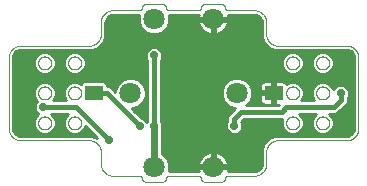
<source format=gtl>
G75*
%MOIN*%
%OFA0B0*%
%FSLAX25Y25*%
%IPPOS*%
%LPD*%
%AMOC8*
5,1,8,0,0,1.08239X$1,22.5*
%
%ADD10C,0.00000*%
%ADD11C,0.07087*%
%ADD12R,0.05906X0.04724*%
%ADD13OC8,0.02381*%
%ADD14C,0.01600*%
%ADD15C,0.01000*%
%ADD16OC8,0.02420*%
%ADD17C,0.02400*%
D10*
X0045791Y0032012D02*
X0045915Y0032010D01*
X0046038Y0032004D01*
X0046162Y0031995D01*
X0046284Y0031981D01*
X0046407Y0031964D01*
X0046529Y0031942D01*
X0046650Y0031917D01*
X0046770Y0031888D01*
X0046889Y0031856D01*
X0047008Y0031819D01*
X0047125Y0031779D01*
X0047240Y0031736D01*
X0047355Y0031688D01*
X0047467Y0031637D01*
X0047578Y0031583D01*
X0047688Y0031525D01*
X0047795Y0031464D01*
X0047901Y0031399D01*
X0048004Y0031331D01*
X0048105Y0031260D01*
X0048204Y0031186D01*
X0048301Y0031109D01*
X0048395Y0031028D01*
X0048486Y0030945D01*
X0048575Y0030859D01*
X0048661Y0030770D01*
X0048744Y0030679D01*
X0048825Y0030585D01*
X0048902Y0030488D01*
X0048976Y0030389D01*
X0049047Y0030288D01*
X0049115Y0030185D01*
X0049180Y0030079D01*
X0049241Y0029972D01*
X0049299Y0029862D01*
X0049353Y0029751D01*
X0049404Y0029639D01*
X0049452Y0029524D01*
X0049495Y0029409D01*
X0049535Y0029292D01*
X0049572Y0029173D01*
X0049604Y0029054D01*
X0049633Y0028934D01*
X0049658Y0028813D01*
X0049680Y0028691D01*
X0049697Y0028568D01*
X0049711Y0028446D01*
X0049720Y0028322D01*
X0049726Y0028199D01*
X0049728Y0028075D01*
X0049728Y0024138D01*
X0049730Y0024014D01*
X0049736Y0023891D01*
X0049745Y0023767D01*
X0049759Y0023645D01*
X0049776Y0023522D01*
X0049798Y0023400D01*
X0049823Y0023279D01*
X0049852Y0023159D01*
X0049884Y0023040D01*
X0049921Y0022921D01*
X0049961Y0022804D01*
X0050004Y0022689D01*
X0050052Y0022574D01*
X0050103Y0022462D01*
X0050157Y0022351D01*
X0050215Y0022241D01*
X0050276Y0022134D01*
X0050341Y0022028D01*
X0050409Y0021925D01*
X0050480Y0021824D01*
X0050554Y0021725D01*
X0050631Y0021628D01*
X0050712Y0021534D01*
X0050795Y0021443D01*
X0050881Y0021354D01*
X0050970Y0021268D01*
X0051061Y0021185D01*
X0051155Y0021104D01*
X0051252Y0021027D01*
X0051351Y0020953D01*
X0051452Y0020882D01*
X0051555Y0020814D01*
X0051661Y0020749D01*
X0051768Y0020688D01*
X0051878Y0020630D01*
X0051989Y0020576D01*
X0052101Y0020525D01*
X0052216Y0020477D01*
X0052331Y0020434D01*
X0052448Y0020394D01*
X0052567Y0020357D01*
X0052686Y0020325D01*
X0052806Y0020296D01*
X0052927Y0020271D01*
X0053049Y0020249D01*
X0053172Y0020232D01*
X0053294Y0020218D01*
X0053418Y0020209D01*
X0053541Y0020203D01*
X0053665Y0020201D01*
X0062524Y0020201D01*
X0062586Y0020199D01*
X0062647Y0020193D01*
X0062708Y0020184D01*
X0062769Y0020170D01*
X0062828Y0020153D01*
X0062886Y0020132D01*
X0062943Y0020107D01*
X0062998Y0020079D01*
X0063051Y0020048D01*
X0063102Y0020013D01*
X0063151Y0019975D01*
X0063198Y0019934D01*
X0063241Y0019891D01*
X0063282Y0019844D01*
X0063320Y0019795D01*
X0063355Y0019744D01*
X0063386Y0019691D01*
X0063414Y0019636D01*
X0063439Y0019579D01*
X0063460Y0019521D01*
X0063477Y0019462D01*
X0063491Y0019401D01*
X0063500Y0019340D01*
X0063506Y0019279D01*
X0063508Y0019217D01*
X0063510Y0019155D01*
X0063516Y0019094D01*
X0063525Y0019033D01*
X0063539Y0018972D01*
X0063556Y0018913D01*
X0063577Y0018855D01*
X0063602Y0018798D01*
X0063630Y0018743D01*
X0063661Y0018690D01*
X0063696Y0018639D01*
X0063734Y0018590D01*
X0063775Y0018543D01*
X0063818Y0018500D01*
X0063865Y0018459D01*
X0063914Y0018421D01*
X0063965Y0018386D01*
X0064018Y0018355D01*
X0064073Y0018327D01*
X0064130Y0018302D01*
X0064188Y0018281D01*
X0064247Y0018264D01*
X0064308Y0018250D01*
X0064369Y0018241D01*
X0064430Y0018235D01*
X0064492Y0018233D01*
X0064492Y0018232D02*
X0070398Y0018232D01*
X0070398Y0018233D02*
X0070460Y0018235D01*
X0070521Y0018241D01*
X0070582Y0018250D01*
X0070643Y0018264D01*
X0070702Y0018281D01*
X0070760Y0018302D01*
X0070817Y0018327D01*
X0070872Y0018355D01*
X0070925Y0018386D01*
X0070976Y0018421D01*
X0071025Y0018459D01*
X0071072Y0018500D01*
X0071115Y0018543D01*
X0071156Y0018590D01*
X0071194Y0018639D01*
X0071229Y0018690D01*
X0071260Y0018743D01*
X0071288Y0018798D01*
X0071313Y0018855D01*
X0071334Y0018913D01*
X0071351Y0018972D01*
X0071365Y0019033D01*
X0071374Y0019094D01*
X0071380Y0019155D01*
X0071382Y0019217D01*
X0071384Y0019279D01*
X0071390Y0019340D01*
X0071399Y0019401D01*
X0071413Y0019462D01*
X0071430Y0019521D01*
X0071451Y0019579D01*
X0071476Y0019636D01*
X0071504Y0019691D01*
X0071535Y0019744D01*
X0071570Y0019795D01*
X0071608Y0019844D01*
X0071649Y0019891D01*
X0071692Y0019934D01*
X0071739Y0019975D01*
X0071788Y0020013D01*
X0071839Y0020048D01*
X0071892Y0020079D01*
X0071947Y0020107D01*
X0072004Y0020132D01*
X0072062Y0020153D01*
X0072121Y0020170D01*
X0072182Y0020184D01*
X0072243Y0020193D01*
X0072304Y0020199D01*
X0072366Y0020201D01*
X0082209Y0020201D01*
X0082271Y0020199D01*
X0082332Y0020193D01*
X0082393Y0020184D01*
X0082454Y0020170D01*
X0082513Y0020153D01*
X0082571Y0020132D01*
X0082628Y0020107D01*
X0082683Y0020079D01*
X0082736Y0020048D01*
X0082787Y0020013D01*
X0082836Y0019975D01*
X0082883Y0019934D01*
X0082926Y0019891D01*
X0082967Y0019844D01*
X0083005Y0019795D01*
X0083040Y0019744D01*
X0083071Y0019691D01*
X0083099Y0019636D01*
X0083124Y0019579D01*
X0083145Y0019521D01*
X0083162Y0019462D01*
X0083176Y0019401D01*
X0083185Y0019340D01*
X0083191Y0019279D01*
X0083193Y0019217D01*
X0083195Y0019155D01*
X0083201Y0019094D01*
X0083210Y0019033D01*
X0083224Y0018972D01*
X0083241Y0018913D01*
X0083262Y0018855D01*
X0083287Y0018798D01*
X0083315Y0018743D01*
X0083346Y0018690D01*
X0083381Y0018639D01*
X0083419Y0018590D01*
X0083460Y0018543D01*
X0083503Y0018500D01*
X0083550Y0018459D01*
X0083599Y0018421D01*
X0083650Y0018386D01*
X0083703Y0018355D01*
X0083758Y0018327D01*
X0083815Y0018302D01*
X0083873Y0018281D01*
X0083932Y0018264D01*
X0083993Y0018250D01*
X0084054Y0018241D01*
X0084115Y0018235D01*
X0084177Y0018233D01*
X0084177Y0018232D02*
X0090083Y0018232D01*
X0090083Y0018233D02*
X0090145Y0018235D01*
X0090206Y0018241D01*
X0090267Y0018250D01*
X0090328Y0018264D01*
X0090387Y0018281D01*
X0090445Y0018302D01*
X0090502Y0018327D01*
X0090557Y0018355D01*
X0090610Y0018386D01*
X0090661Y0018421D01*
X0090710Y0018459D01*
X0090757Y0018500D01*
X0090800Y0018543D01*
X0090841Y0018590D01*
X0090879Y0018639D01*
X0090914Y0018690D01*
X0090945Y0018743D01*
X0090973Y0018798D01*
X0090998Y0018855D01*
X0091019Y0018913D01*
X0091036Y0018972D01*
X0091050Y0019033D01*
X0091059Y0019094D01*
X0091065Y0019155D01*
X0091067Y0019217D01*
X0091069Y0019279D01*
X0091075Y0019340D01*
X0091084Y0019401D01*
X0091098Y0019462D01*
X0091115Y0019521D01*
X0091136Y0019579D01*
X0091161Y0019636D01*
X0091189Y0019691D01*
X0091220Y0019744D01*
X0091255Y0019795D01*
X0091293Y0019844D01*
X0091334Y0019891D01*
X0091377Y0019934D01*
X0091424Y0019975D01*
X0091473Y0020013D01*
X0091524Y0020048D01*
X0091577Y0020079D01*
X0091632Y0020107D01*
X0091689Y0020132D01*
X0091747Y0020153D01*
X0091806Y0020170D01*
X0091867Y0020184D01*
X0091928Y0020193D01*
X0091989Y0020199D01*
X0092051Y0020201D01*
X0100909Y0020201D01*
X0101033Y0020203D01*
X0101156Y0020209D01*
X0101280Y0020218D01*
X0101402Y0020232D01*
X0101525Y0020249D01*
X0101647Y0020271D01*
X0101768Y0020296D01*
X0101888Y0020325D01*
X0102007Y0020357D01*
X0102126Y0020394D01*
X0102243Y0020434D01*
X0102358Y0020477D01*
X0102473Y0020525D01*
X0102585Y0020576D01*
X0102696Y0020630D01*
X0102806Y0020688D01*
X0102913Y0020749D01*
X0103019Y0020814D01*
X0103122Y0020882D01*
X0103223Y0020953D01*
X0103322Y0021027D01*
X0103419Y0021104D01*
X0103513Y0021185D01*
X0103604Y0021268D01*
X0103693Y0021354D01*
X0103779Y0021443D01*
X0103862Y0021534D01*
X0103943Y0021628D01*
X0104020Y0021725D01*
X0104094Y0021824D01*
X0104165Y0021925D01*
X0104233Y0022028D01*
X0104298Y0022134D01*
X0104359Y0022241D01*
X0104417Y0022351D01*
X0104471Y0022462D01*
X0104522Y0022574D01*
X0104570Y0022689D01*
X0104613Y0022804D01*
X0104653Y0022921D01*
X0104690Y0023040D01*
X0104722Y0023159D01*
X0104751Y0023279D01*
X0104776Y0023400D01*
X0104798Y0023522D01*
X0104815Y0023645D01*
X0104829Y0023767D01*
X0104838Y0023891D01*
X0104844Y0024014D01*
X0104846Y0024138D01*
X0104846Y0028075D01*
X0104848Y0028199D01*
X0104854Y0028322D01*
X0104863Y0028446D01*
X0104877Y0028568D01*
X0104894Y0028691D01*
X0104916Y0028813D01*
X0104941Y0028934D01*
X0104970Y0029054D01*
X0105002Y0029173D01*
X0105039Y0029292D01*
X0105079Y0029409D01*
X0105122Y0029524D01*
X0105170Y0029639D01*
X0105221Y0029751D01*
X0105275Y0029862D01*
X0105333Y0029972D01*
X0105394Y0030079D01*
X0105459Y0030185D01*
X0105527Y0030288D01*
X0105598Y0030389D01*
X0105672Y0030488D01*
X0105749Y0030585D01*
X0105830Y0030679D01*
X0105913Y0030770D01*
X0105999Y0030859D01*
X0106088Y0030945D01*
X0106179Y0031028D01*
X0106273Y0031109D01*
X0106370Y0031186D01*
X0106469Y0031260D01*
X0106570Y0031331D01*
X0106673Y0031399D01*
X0106779Y0031464D01*
X0106886Y0031525D01*
X0106996Y0031583D01*
X0107107Y0031637D01*
X0107219Y0031688D01*
X0107334Y0031736D01*
X0107449Y0031779D01*
X0107566Y0031819D01*
X0107685Y0031856D01*
X0107804Y0031888D01*
X0107924Y0031917D01*
X0108045Y0031942D01*
X0108167Y0031964D01*
X0108290Y0031981D01*
X0108412Y0031995D01*
X0108536Y0032004D01*
X0108659Y0032010D01*
X0108783Y0032012D01*
X0131618Y0032012D01*
X0131742Y0032014D01*
X0131865Y0032020D01*
X0131989Y0032029D01*
X0132111Y0032043D01*
X0132234Y0032060D01*
X0132356Y0032082D01*
X0132477Y0032107D01*
X0132597Y0032136D01*
X0132716Y0032168D01*
X0132835Y0032205D01*
X0132952Y0032245D01*
X0133067Y0032288D01*
X0133182Y0032336D01*
X0133294Y0032387D01*
X0133405Y0032441D01*
X0133515Y0032499D01*
X0133622Y0032560D01*
X0133728Y0032625D01*
X0133831Y0032693D01*
X0133932Y0032764D01*
X0134031Y0032838D01*
X0134128Y0032915D01*
X0134222Y0032996D01*
X0134313Y0033079D01*
X0134402Y0033165D01*
X0134488Y0033254D01*
X0134571Y0033345D01*
X0134652Y0033439D01*
X0134729Y0033536D01*
X0134803Y0033635D01*
X0134874Y0033736D01*
X0134942Y0033839D01*
X0135007Y0033945D01*
X0135068Y0034052D01*
X0135126Y0034162D01*
X0135180Y0034273D01*
X0135231Y0034385D01*
X0135279Y0034500D01*
X0135322Y0034615D01*
X0135362Y0034732D01*
X0135399Y0034851D01*
X0135431Y0034970D01*
X0135460Y0035090D01*
X0135485Y0035211D01*
X0135507Y0035333D01*
X0135524Y0035456D01*
X0135538Y0035578D01*
X0135547Y0035702D01*
X0135553Y0035825D01*
X0135555Y0035949D01*
X0135555Y0059571D01*
X0135553Y0059695D01*
X0135547Y0059818D01*
X0135538Y0059942D01*
X0135524Y0060064D01*
X0135507Y0060187D01*
X0135485Y0060309D01*
X0135460Y0060430D01*
X0135431Y0060550D01*
X0135399Y0060669D01*
X0135362Y0060788D01*
X0135322Y0060905D01*
X0135279Y0061020D01*
X0135231Y0061135D01*
X0135180Y0061247D01*
X0135126Y0061358D01*
X0135068Y0061468D01*
X0135007Y0061575D01*
X0134942Y0061681D01*
X0134874Y0061784D01*
X0134803Y0061885D01*
X0134729Y0061984D01*
X0134652Y0062081D01*
X0134571Y0062175D01*
X0134488Y0062266D01*
X0134402Y0062355D01*
X0134313Y0062441D01*
X0134222Y0062524D01*
X0134128Y0062605D01*
X0134031Y0062682D01*
X0133932Y0062756D01*
X0133831Y0062827D01*
X0133728Y0062895D01*
X0133622Y0062960D01*
X0133515Y0063021D01*
X0133405Y0063079D01*
X0133294Y0063133D01*
X0133182Y0063184D01*
X0133067Y0063232D01*
X0132952Y0063275D01*
X0132835Y0063315D01*
X0132716Y0063352D01*
X0132597Y0063384D01*
X0132477Y0063413D01*
X0132356Y0063438D01*
X0132234Y0063460D01*
X0132111Y0063477D01*
X0131989Y0063491D01*
X0131865Y0063500D01*
X0131742Y0063506D01*
X0131618Y0063508D01*
X0108783Y0063508D01*
X0108659Y0063510D01*
X0108536Y0063516D01*
X0108412Y0063525D01*
X0108290Y0063539D01*
X0108167Y0063556D01*
X0108045Y0063578D01*
X0107924Y0063603D01*
X0107804Y0063632D01*
X0107685Y0063664D01*
X0107566Y0063701D01*
X0107449Y0063741D01*
X0107334Y0063784D01*
X0107219Y0063832D01*
X0107107Y0063883D01*
X0106996Y0063937D01*
X0106886Y0063995D01*
X0106779Y0064056D01*
X0106673Y0064121D01*
X0106570Y0064189D01*
X0106469Y0064260D01*
X0106370Y0064334D01*
X0106273Y0064411D01*
X0106179Y0064492D01*
X0106088Y0064575D01*
X0105999Y0064661D01*
X0105913Y0064750D01*
X0105830Y0064841D01*
X0105749Y0064935D01*
X0105672Y0065032D01*
X0105598Y0065131D01*
X0105527Y0065232D01*
X0105459Y0065335D01*
X0105394Y0065441D01*
X0105333Y0065548D01*
X0105275Y0065658D01*
X0105221Y0065769D01*
X0105170Y0065881D01*
X0105122Y0065996D01*
X0105079Y0066111D01*
X0105039Y0066228D01*
X0105002Y0066347D01*
X0104970Y0066466D01*
X0104941Y0066586D01*
X0104916Y0066707D01*
X0104894Y0066829D01*
X0104877Y0066952D01*
X0104863Y0067074D01*
X0104854Y0067198D01*
X0104848Y0067321D01*
X0104846Y0067445D01*
X0104846Y0071382D01*
X0104844Y0071506D01*
X0104838Y0071629D01*
X0104829Y0071753D01*
X0104815Y0071875D01*
X0104798Y0071998D01*
X0104776Y0072120D01*
X0104751Y0072241D01*
X0104722Y0072361D01*
X0104690Y0072480D01*
X0104653Y0072599D01*
X0104613Y0072716D01*
X0104570Y0072831D01*
X0104522Y0072946D01*
X0104471Y0073058D01*
X0104417Y0073169D01*
X0104359Y0073279D01*
X0104298Y0073386D01*
X0104233Y0073492D01*
X0104165Y0073595D01*
X0104094Y0073696D01*
X0104020Y0073795D01*
X0103943Y0073892D01*
X0103862Y0073986D01*
X0103779Y0074077D01*
X0103693Y0074166D01*
X0103604Y0074252D01*
X0103513Y0074335D01*
X0103419Y0074416D01*
X0103322Y0074493D01*
X0103223Y0074567D01*
X0103122Y0074638D01*
X0103019Y0074706D01*
X0102913Y0074771D01*
X0102806Y0074832D01*
X0102696Y0074890D01*
X0102585Y0074944D01*
X0102473Y0074995D01*
X0102358Y0075043D01*
X0102243Y0075086D01*
X0102126Y0075126D01*
X0102007Y0075163D01*
X0101888Y0075195D01*
X0101768Y0075224D01*
X0101647Y0075249D01*
X0101525Y0075271D01*
X0101402Y0075288D01*
X0101280Y0075302D01*
X0101156Y0075311D01*
X0101033Y0075317D01*
X0100909Y0075319D01*
X0092051Y0075319D01*
X0091989Y0075321D01*
X0091928Y0075327D01*
X0091867Y0075336D01*
X0091806Y0075350D01*
X0091747Y0075367D01*
X0091689Y0075388D01*
X0091632Y0075413D01*
X0091577Y0075441D01*
X0091524Y0075472D01*
X0091473Y0075507D01*
X0091424Y0075545D01*
X0091377Y0075586D01*
X0091334Y0075629D01*
X0091293Y0075676D01*
X0091255Y0075725D01*
X0091220Y0075776D01*
X0091189Y0075829D01*
X0091161Y0075884D01*
X0091136Y0075941D01*
X0091115Y0075999D01*
X0091098Y0076058D01*
X0091084Y0076119D01*
X0091075Y0076180D01*
X0091069Y0076241D01*
X0091067Y0076303D01*
X0091065Y0076365D01*
X0091059Y0076426D01*
X0091050Y0076487D01*
X0091036Y0076548D01*
X0091019Y0076607D01*
X0090998Y0076665D01*
X0090973Y0076722D01*
X0090945Y0076777D01*
X0090914Y0076830D01*
X0090879Y0076881D01*
X0090841Y0076930D01*
X0090800Y0076977D01*
X0090757Y0077020D01*
X0090710Y0077061D01*
X0090661Y0077099D01*
X0090610Y0077134D01*
X0090557Y0077165D01*
X0090502Y0077193D01*
X0090445Y0077218D01*
X0090387Y0077239D01*
X0090328Y0077256D01*
X0090267Y0077270D01*
X0090206Y0077279D01*
X0090145Y0077285D01*
X0090083Y0077287D01*
X0084177Y0077287D01*
X0084115Y0077285D01*
X0084054Y0077279D01*
X0083993Y0077270D01*
X0083932Y0077256D01*
X0083873Y0077239D01*
X0083815Y0077218D01*
X0083758Y0077193D01*
X0083703Y0077165D01*
X0083650Y0077134D01*
X0083599Y0077099D01*
X0083550Y0077061D01*
X0083503Y0077020D01*
X0083460Y0076977D01*
X0083419Y0076930D01*
X0083381Y0076881D01*
X0083346Y0076830D01*
X0083315Y0076777D01*
X0083287Y0076722D01*
X0083262Y0076665D01*
X0083241Y0076607D01*
X0083224Y0076548D01*
X0083210Y0076487D01*
X0083201Y0076426D01*
X0083195Y0076365D01*
X0083193Y0076303D01*
X0083191Y0076241D01*
X0083185Y0076180D01*
X0083176Y0076119D01*
X0083162Y0076058D01*
X0083145Y0075999D01*
X0083124Y0075941D01*
X0083099Y0075884D01*
X0083071Y0075829D01*
X0083040Y0075776D01*
X0083005Y0075725D01*
X0082967Y0075676D01*
X0082926Y0075629D01*
X0082883Y0075586D01*
X0082836Y0075545D01*
X0082787Y0075507D01*
X0082736Y0075472D01*
X0082683Y0075441D01*
X0082628Y0075413D01*
X0082571Y0075388D01*
X0082513Y0075367D01*
X0082454Y0075350D01*
X0082393Y0075336D01*
X0082332Y0075327D01*
X0082271Y0075321D01*
X0082209Y0075319D01*
X0072366Y0075319D01*
X0072304Y0075321D01*
X0072243Y0075327D01*
X0072182Y0075336D01*
X0072121Y0075350D01*
X0072062Y0075367D01*
X0072004Y0075388D01*
X0071947Y0075413D01*
X0071892Y0075441D01*
X0071839Y0075472D01*
X0071788Y0075507D01*
X0071739Y0075545D01*
X0071692Y0075586D01*
X0071649Y0075629D01*
X0071608Y0075676D01*
X0071570Y0075725D01*
X0071535Y0075776D01*
X0071504Y0075829D01*
X0071476Y0075884D01*
X0071451Y0075941D01*
X0071430Y0075999D01*
X0071413Y0076058D01*
X0071399Y0076119D01*
X0071390Y0076180D01*
X0071384Y0076241D01*
X0071382Y0076303D01*
X0071380Y0076365D01*
X0071374Y0076426D01*
X0071365Y0076487D01*
X0071351Y0076548D01*
X0071334Y0076607D01*
X0071313Y0076665D01*
X0071288Y0076722D01*
X0071260Y0076777D01*
X0071229Y0076830D01*
X0071194Y0076881D01*
X0071156Y0076930D01*
X0071115Y0076977D01*
X0071072Y0077020D01*
X0071025Y0077061D01*
X0070976Y0077099D01*
X0070925Y0077134D01*
X0070872Y0077165D01*
X0070817Y0077193D01*
X0070760Y0077218D01*
X0070702Y0077239D01*
X0070643Y0077256D01*
X0070582Y0077270D01*
X0070521Y0077279D01*
X0070460Y0077285D01*
X0070398Y0077287D01*
X0064492Y0077287D01*
X0064430Y0077285D01*
X0064369Y0077279D01*
X0064308Y0077270D01*
X0064247Y0077256D01*
X0064188Y0077239D01*
X0064130Y0077218D01*
X0064073Y0077193D01*
X0064018Y0077165D01*
X0063965Y0077134D01*
X0063914Y0077099D01*
X0063865Y0077061D01*
X0063818Y0077020D01*
X0063775Y0076977D01*
X0063734Y0076930D01*
X0063696Y0076881D01*
X0063661Y0076830D01*
X0063630Y0076777D01*
X0063602Y0076722D01*
X0063577Y0076665D01*
X0063556Y0076607D01*
X0063539Y0076548D01*
X0063525Y0076487D01*
X0063516Y0076426D01*
X0063510Y0076365D01*
X0063508Y0076303D01*
X0063506Y0076241D01*
X0063500Y0076180D01*
X0063491Y0076119D01*
X0063477Y0076058D01*
X0063460Y0075999D01*
X0063439Y0075941D01*
X0063414Y0075884D01*
X0063386Y0075829D01*
X0063355Y0075776D01*
X0063320Y0075725D01*
X0063282Y0075676D01*
X0063241Y0075629D01*
X0063198Y0075586D01*
X0063151Y0075545D01*
X0063102Y0075507D01*
X0063051Y0075472D01*
X0062998Y0075441D01*
X0062943Y0075413D01*
X0062886Y0075388D01*
X0062828Y0075367D01*
X0062769Y0075350D01*
X0062708Y0075336D01*
X0062647Y0075327D01*
X0062586Y0075321D01*
X0062524Y0075319D01*
X0053665Y0075319D01*
X0053541Y0075317D01*
X0053418Y0075311D01*
X0053294Y0075302D01*
X0053172Y0075288D01*
X0053049Y0075271D01*
X0052927Y0075249D01*
X0052806Y0075224D01*
X0052686Y0075195D01*
X0052567Y0075163D01*
X0052448Y0075126D01*
X0052331Y0075086D01*
X0052216Y0075043D01*
X0052101Y0074995D01*
X0051989Y0074944D01*
X0051878Y0074890D01*
X0051768Y0074832D01*
X0051661Y0074771D01*
X0051555Y0074706D01*
X0051452Y0074638D01*
X0051351Y0074567D01*
X0051252Y0074493D01*
X0051155Y0074416D01*
X0051061Y0074335D01*
X0050970Y0074252D01*
X0050881Y0074166D01*
X0050795Y0074077D01*
X0050712Y0073986D01*
X0050631Y0073892D01*
X0050554Y0073795D01*
X0050480Y0073696D01*
X0050409Y0073595D01*
X0050341Y0073492D01*
X0050276Y0073386D01*
X0050215Y0073279D01*
X0050157Y0073169D01*
X0050103Y0073058D01*
X0050052Y0072946D01*
X0050004Y0072831D01*
X0049961Y0072716D01*
X0049921Y0072599D01*
X0049884Y0072480D01*
X0049852Y0072361D01*
X0049823Y0072241D01*
X0049798Y0072120D01*
X0049776Y0071998D01*
X0049759Y0071875D01*
X0049745Y0071753D01*
X0049736Y0071629D01*
X0049730Y0071506D01*
X0049728Y0071382D01*
X0049728Y0067445D01*
X0049726Y0067321D01*
X0049720Y0067198D01*
X0049711Y0067074D01*
X0049697Y0066952D01*
X0049680Y0066829D01*
X0049658Y0066707D01*
X0049633Y0066586D01*
X0049604Y0066466D01*
X0049572Y0066347D01*
X0049535Y0066228D01*
X0049495Y0066111D01*
X0049452Y0065996D01*
X0049404Y0065881D01*
X0049353Y0065769D01*
X0049299Y0065658D01*
X0049241Y0065548D01*
X0049180Y0065441D01*
X0049115Y0065335D01*
X0049047Y0065232D01*
X0048976Y0065131D01*
X0048902Y0065032D01*
X0048825Y0064935D01*
X0048744Y0064841D01*
X0048661Y0064750D01*
X0048575Y0064661D01*
X0048486Y0064575D01*
X0048395Y0064492D01*
X0048301Y0064411D01*
X0048204Y0064334D01*
X0048105Y0064260D01*
X0048004Y0064189D01*
X0047901Y0064121D01*
X0047795Y0064056D01*
X0047688Y0063995D01*
X0047578Y0063937D01*
X0047467Y0063883D01*
X0047355Y0063832D01*
X0047240Y0063784D01*
X0047125Y0063741D01*
X0047008Y0063701D01*
X0046889Y0063664D01*
X0046770Y0063632D01*
X0046650Y0063603D01*
X0046529Y0063578D01*
X0046407Y0063556D01*
X0046284Y0063539D01*
X0046162Y0063525D01*
X0046038Y0063516D01*
X0045915Y0063510D01*
X0045791Y0063508D01*
X0022957Y0063508D01*
X0022833Y0063506D01*
X0022710Y0063500D01*
X0022586Y0063491D01*
X0022464Y0063477D01*
X0022341Y0063460D01*
X0022219Y0063438D01*
X0022098Y0063413D01*
X0021978Y0063384D01*
X0021859Y0063352D01*
X0021740Y0063315D01*
X0021623Y0063275D01*
X0021508Y0063232D01*
X0021393Y0063184D01*
X0021281Y0063133D01*
X0021170Y0063079D01*
X0021060Y0063021D01*
X0020953Y0062960D01*
X0020847Y0062895D01*
X0020744Y0062827D01*
X0020643Y0062756D01*
X0020544Y0062682D01*
X0020447Y0062605D01*
X0020353Y0062524D01*
X0020262Y0062441D01*
X0020173Y0062355D01*
X0020087Y0062266D01*
X0020004Y0062175D01*
X0019923Y0062081D01*
X0019846Y0061984D01*
X0019772Y0061885D01*
X0019701Y0061784D01*
X0019633Y0061681D01*
X0019568Y0061575D01*
X0019507Y0061468D01*
X0019449Y0061358D01*
X0019395Y0061247D01*
X0019344Y0061135D01*
X0019296Y0061020D01*
X0019253Y0060905D01*
X0019213Y0060788D01*
X0019176Y0060669D01*
X0019144Y0060550D01*
X0019115Y0060430D01*
X0019090Y0060309D01*
X0019068Y0060187D01*
X0019051Y0060064D01*
X0019037Y0059942D01*
X0019028Y0059818D01*
X0019022Y0059695D01*
X0019020Y0059571D01*
X0019020Y0035949D01*
X0019022Y0035825D01*
X0019028Y0035702D01*
X0019037Y0035578D01*
X0019051Y0035456D01*
X0019068Y0035333D01*
X0019090Y0035211D01*
X0019115Y0035090D01*
X0019144Y0034970D01*
X0019176Y0034851D01*
X0019213Y0034732D01*
X0019253Y0034615D01*
X0019296Y0034500D01*
X0019344Y0034385D01*
X0019395Y0034273D01*
X0019449Y0034162D01*
X0019507Y0034052D01*
X0019568Y0033945D01*
X0019633Y0033839D01*
X0019701Y0033736D01*
X0019772Y0033635D01*
X0019846Y0033536D01*
X0019923Y0033439D01*
X0020004Y0033345D01*
X0020087Y0033254D01*
X0020173Y0033165D01*
X0020262Y0033079D01*
X0020353Y0032996D01*
X0020447Y0032915D01*
X0020544Y0032838D01*
X0020643Y0032764D01*
X0020744Y0032693D01*
X0020847Y0032625D01*
X0020953Y0032560D01*
X0021060Y0032499D01*
X0021170Y0032441D01*
X0021281Y0032387D01*
X0021393Y0032336D01*
X0021508Y0032288D01*
X0021623Y0032245D01*
X0021740Y0032205D01*
X0021859Y0032168D01*
X0021978Y0032136D01*
X0022098Y0032107D01*
X0022219Y0032082D01*
X0022341Y0032060D01*
X0022464Y0032043D01*
X0022586Y0032029D01*
X0022710Y0032020D01*
X0022833Y0032014D01*
X0022957Y0032012D01*
X0045791Y0032012D01*
X0038784Y0037760D02*
X0038786Y0037853D01*
X0038792Y0037945D01*
X0038802Y0038037D01*
X0038816Y0038128D01*
X0038833Y0038219D01*
X0038855Y0038309D01*
X0038880Y0038398D01*
X0038909Y0038486D01*
X0038942Y0038572D01*
X0038979Y0038657D01*
X0039019Y0038741D01*
X0039063Y0038822D01*
X0039110Y0038902D01*
X0039160Y0038980D01*
X0039214Y0039055D01*
X0039271Y0039128D01*
X0039331Y0039198D01*
X0039394Y0039266D01*
X0039460Y0039331D01*
X0039528Y0039393D01*
X0039599Y0039453D01*
X0039673Y0039509D01*
X0039749Y0039562D01*
X0039827Y0039611D01*
X0039907Y0039658D01*
X0039989Y0039700D01*
X0040073Y0039740D01*
X0040158Y0039775D01*
X0040245Y0039807D01*
X0040333Y0039836D01*
X0040422Y0039860D01*
X0040512Y0039881D01*
X0040603Y0039897D01*
X0040695Y0039910D01*
X0040787Y0039919D01*
X0040880Y0039924D01*
X0040972Y0039925D01*
X0041065Y0039922D01*
X0041157Y0039915D01*
X0041249Y0039904D01*
X0041340Y0039889D01*
X0041431Y0039871D01*
X0041521Y0039848D01*
X0041609Y0039822D01*
X0041697Y0039792D01*
X0041783Y0039758D01*
X0041867Y0039721D01*
X0041950Y0039679D01*
X0042031Y0039635D01*
X0042111Y0039587D01*
X0042188Y0039536D01*
X0042262Y0039481D01*
X0042335Y0039423D01*
X0042405Y0039363D01*
X0042472Y0039299D01*
X0042536Y0039233D01*
X0042598Y0039163D01*
X0042656Y0039092D01*
X0042711Y0039018D01*
X0042763Y0038941D01*
X0042812Y0038862D01*
X0042858Y0038782D01*
X0042900Y0038699D01*
X0042938Y0038615D01*
X0042973Y0038529D01*
X0043004Y0038442D01*
X0043031Y0038354D01*
X0043054Y0038264D01*
X0043074Y0038174D01*
X0043090Y0038083D01*
X0043102Y0037991D01*
X0043110Y0037899D01*
X0043114Y0037806D01*
X0043114Y0037714D01*
X0043110Y0037621D01*
X0043102Y0037529D01*
X0043090Y0037437D01*
X0043074Y0037346D01*
X0043054Y0037256D01*
X0043031Y0037166D01*
X0043004Y0037078D01*
X0042973Y0036991D01*
X0042938Y0036905D01*
X0042900Y0036821D01*
X0042858Y0036738D01*
X0042812Y0036658D01*
X0042763Y0036579D01*
X0042711Y0036502D01*
X0042656Y0036428D01*
X0042598Y0036357D01*
X0042536Y0036287D01*
X0042472Y0036221D01*
X0042405Y0036157D01*
X0042335Y0036097D01*
X0042262Y0036039D01*
X0042188Y0035984D01*
X0042111Y0035933D01*
X0042032Y0035885D01*
X0041950Y0035841D01*
X0041867Y0035799D01*
X0041783Y0035762D01*
X0041697Y0035728D01*
X0041609Y0035698D01*
X0041521Y0035672D01*
X0041431Y0035649D01*
X0041340Y0035631D01*
X0041249Y0035616D01*
X0041157Y0035605D01*
X0041065Y0035598D01*
X0040972Y0035595D01*
X0040880Y0035596D01*
X0040787Y0035601D01*
X0040695Y0035610D01*
X0040603Y0035623D01*
X0040512Y0035639D01*
X0040422Y0035660D01*
X0040333Y0035684D01*
X0040245Y0035713D01*
X0040158Y0035745D01*
X0040073Y0035780D01*
X0039989Y0035820D01*
X0039907Y0035862D01*
X0039827Y0035909D01*
X0039749Y0035958D01*
X0039673Y0036011D01*
X0039599Y0036067D01*
X0039528Y0036127D01*
X0039460Y0036189D01*
X0039394Y0036254D01*
X0039331Y0036322D01*
X0039271Y0036392D01*
X0039214Y0036465D01*
X0039160Y0036540D01*
X0039110Y0036618D01*
X0039063Y0036698D01*
X0039019Y0036779D01*
X0038979Y0036863D01*
X0038942Y0036948D01*
X0038909Y0037034D01*
X0038880Y0037122D01*
X0038855Y0037211D01*
X0038833Y0037301D01*
X0038816Y0037392D01*
X0038802Y0037483D01*
X0038792Y0037575D01*
X0038786Y0037667D01*
X0038784Y0037760D01*
X0028784Y0037760D02*
X0028786Y0037853D01*
X0028792Y0037945D01*
X0028802Y0038037D01*
X0028816Y0038128D01*
X0028833Y0038219D01*
X0028855Y0038309D01*
X0028880Y0038398D01*
X0028909Y0038486D01*
X0028942Y0038572D01*
X0028979Y0038657D01*
X0029019Y0038741D01*
X0029063Y0038822D01*
X0029110Y0038902D01*
X0029160Y0038980D01*
X0029214Y0039055D01*
X0029271Y0039128D01*
X0029331Y0039198D01*
X0029394Y0039266D01*
X0029460Y0039331D01*
X0029528Y0039393D01*
X0029599Y0039453D01*
X0029673Y0039509D01*
X0029749Y0039562D01*
X0029827Y0039611D01*
X0029907Y0039658D01*
X0029989Y0039700D01*
X0030073Y0039740D01*
X0030158Y0039775D01*
X0030245Y0039807D01*
X0030333Y0039836D01*
X0030422Y0039860D01*
X0030512Y0039881D01*
X0030603Y0039897D01*
X0030695Y0039910D01*
X0030787Y0039919D01*
X0030880Y0039924D01*
X0030972Y0039925D01*
X0031065Y0039922D01*
X0031157Y0039915D01*
X0031249Y0039904D01*
X0031340Y0039889D01*
X0031431Y0039871D01*
X0031521Y0039848D01*
X0031609Y0039822D01*
X0031697Y0039792D01*
X0031783Y0039758D01*
X0031867Y0039721D01*
X0031950Y0039679D01*
X0032031Y0039635D01*
X0032111Y0039587D01*
X0032188Y0039536D01*
X0032262Y0039481D01*
X0032335Y0039423D01*
X0032405Y0039363D01*
X0032472Y0039299D01*
X0032536Y0039233D01*
X0032598Y0039163D01*
X0032656Y0039092D01*
X0032711Y0039018D01*
X0032763Y0038941D01*
X0032812Y0038862D01*
X0032858Y0038782D01*
X0032900Y0038699D01*
X0032938Y0038615D01*
X0032973Y0038529D01*
X0033004Y0038442D01*
X0033031Y0038354D01*
X0033054Y0038264D01*
X0033074Y0038174D01*
X0033090Y0038083D01*
X0033102Y0037991D01*
X0033110Y0037899D01*
X0033114Y0037806D01*
X0033114Y0037714D01*
X0033110Y0037621D01*
X0033102Y0037529D01*
X0033090Y0037437D01*
X0033074Y0037346D01*
X0033054Y0037256D01*
X0033031Y0037166D01*
X0033004Y0037078D01*
X0032973Y0036991D01*
X0032938Y0036905D01*
X0032900Y0036821D01*
X0032858Y0036738D01*
X0032812Y0036658D01*
X0032763Y0036579D01*
X0032711Y0036502D01*
X0032656Y0036428D01*
X0032598Y0036357D01*
X0032536Y0036287D01*
X0032472Y0036221D01*
X0032405Y0036157D01*
X0032335Y0036097D01*
X0032262Y0036039D01*
X0032188Y0035984D01*
X0032111Y0035933D01*
X0032032Y0035885D01*
X0031950Y0035841D01*
X0031867Y0035799D01*
X0031783Y0035762D01*
X0031697Y0035728D01*
X0031609Y0035698D01*
X0031521Y0035672D01*
X0031431Y0035649D01*
X0031340Y0035631D01*
X0031249Y0035616D01*
X0031157Y0035605D01*
X0031065Y0035598D01*
X0030972Y0035595D01*
X0030880Y0035596D01*
X0030787Y0035601D01*
X0030695Y0035610D01*
X0030603Y0035623D01*
X0030512Y0035639D01*
X0030422Y0035660D01*
X0030333Y0035684D01*
X0030245Y0035713D01*
X0030158Y0035745D01*
X0030073Y0035780D01*
X0029989Y0035820D01*
X0029907Y0035862D01*
X0029827Y0035909D01*
X0029749Y0035958D01*
X0029673Y0036011D01*
X0029599Y0036067D01*
X0029528Y0036127D01*
X0029460Y0036189D01*
X0029394Y0036254D01*
X0029331Y0036322D01*
X0029271Y0036392D01*
X0029214Y0036465D01*
X0029160Y0036540D01*
X0029110Y0036618D01*
X0029063Y0036698D01*
X0029019Y0036779D01*
X0028979Y0036863D01*
X0028942Y0036948D01*
X0028909Y0037034D01*
X0028880Y0037122D01*
X0028855Y0037211D01*
X0028833Y0037301D01*
X0028816Y0037392D01*
X0028802Y0037483D01*
X0028792Y0037575D01*
X0028786Y0037667D01*
X0028784Y0037760D01*
X0028784Y0047760D02*
X0028786Y0047853D01*
X0028792Y0047945D01*
X0028802Y0048037D01*
X0028816Y0048128D01*
X0028833Y0048219D01*
X0028855Y0048309D01*
X0028880Y0048398D01*
X0028909Y0048486D01*
X0028942Y0048572D01*
X0028979Y0048657D01*
X0029019Y0048741D01*
X0029063Y0048822D01*
X0029110Y0048902D01*
X0029160Y0048980D01*
X0029214Y0049055D01*
X0029271Y0049128D01*
X0029331Y0049198D01*
X0029394Y0049266D01*
X0029460Y0049331D01*
X0029528Y0049393D01*
X0029599Y0049453D01*
X0029673Y0049509D01*
X0029749Y0049562D01*
X0029827Y0049611D01*
X0029907Y0049658D01*
X0029989Y0049700D01*
X0030073Y0049740D01*
X0030158Y0049775D01*
X0030245Y0049807D01*
X0030333Y0049836D01*
X0030422Y0049860D01*
X0030512Y0049881D01*
X0030603Y0049897D01*
X0030695Y0049910D01*
X0030787Y0049919D01*
X0030880Y0049924D01*
X0030972Y0049925D01*
X0031065Y0049922D01*
X0031157Y0049915D01*
X0031249Y0049904D01*
X0031340Y0049889D01*
X0031431Y0049871D01*
X0031521Y0049848D01*
X0031609Y0049822D01*
X0031697Y0049792D01*
X0031783Y0049758D01*
X0031867Y0049721D01*
X0031950Y0049679D01*
X0032031Y0049635D01*
X0032111Y0049587D01*
X0032188Y0049536D01*
X0032262Y0049481D01*
X0032335Y0049423D01*
X0032405Y0049363D01*
X0032472Y0049299D01*
X0032536Y0049233D01*
X0032598Y0049163D01*
X0032656Y0049092D01*
X0032711Y0049018D01*
X0032763Y0048941D01*
X0032812Y0048862D01*
X0032858Y0048782D01*
X0032900Y0048699D01*
X0032938Y0048615D01*
X0032973Y0048529D01*
X0033004Y0048442D01*
X0033031Y0048354D01*
X0033054Y0048264D01*
X0033074Y0048174D01*
X0033090Y0048083D01*
X0033102Y0047991D01*
X0033110Y0047899D01*
X0033114Y0047806D01*
X0033114Y0047714D01*
X0033110Y0047621D01*
X0033102Y0047529D01*
X0033090Y0047437D01*
X0033074Y0047346D01*
X0033054Y0047256D01*
X0033031Y0047166D01*
X0033004Y0047078D01*
X0032973Y0046991D01*
X0032938Y0046905D01*
X0032900Y0046821D01*
X0032858Y0046738D01*
X0032812Y0046658D01*
X0032763Y0046579D01*
X0032711Y0046502D01*
X0032656Y0046428D01*
X0032598Y0046357D01*
X0032536Y0046287D01*
X0032472Y0046221D01*
X0032405Y0046157D01*
X0032335Y0046097D01*
X0032262Y0046039D01*
X0032188Y0045984D01*
X0032111Y0045933D01*
X0032032Y0045885D01*
X0031950Y0045841D01*
X0031867Y0045799D01*
X0031783Y0045762D01*
X0031697Y0045728D01*
X0031609Y0045698D01*
X0031521Y0045672D01*
X0031431Y0045649D01*
X0031340Y0045631D01*
X0031249Y0045616D01*
X0031157Y0045605D01*
X0031065Y0045598D01*
X0030972Y0045595D01*
X0030880Y0045596D01*
X0030787Y0045601D01*
X0030695Y0045610D01*
X0030603Y0045623D01*
X0030512Y0045639D01*
X0030422Y0045660D01*
X0030333Y0045684D01*
X0030245Y0045713D01*
X0030158Y0045745D01*
X0030073Y0045780D01*
X0029989Y0045820D01*
X0029907Y0045862D01*
X0029827Y0045909D01*
X0029749Y0045958D01*
X0029673Y0046011D01*
X0029599Y0046067D01*
X0029528Y0046127D01*
X0029460Y0046189D01*
X0029394Y0046254D01*
X0029331Y0046322D01*
X0029271Y0046392D01*
X0029214Y0046465D01*
X0029160Y0046540D01*
X0029110Y0046618D01*
X0029063Y0046698D01*
X0029019Y0046779D01*
X0028979Y0046863D01*
X0028942Y0046948D01*
X0028909Y0047034D01*
X0028880Y0047122D01*
X0028855Y0047211D01*
X0028833Y0047301D01*
X0028816Y0047392D01*
X0028802Y0047483D01*
X0028792Y0047575D01*
X0028786Y0047667D01*
X0028784Y0047760D01*
X0038784Y0047760D02*
X0038786Y0047853D01*
X0038792Y0047945D01*
X0038802Y0048037D01*
X0038816Y0048128D01*
X0038833Y0048219D01*
X0038855Y0048309D01*
X0038880Y0048398D01*
X0038909Y0048486D01*
X0038942Y0048572D01*
X0038979Y0048657D01*
X0039019Y0048741D01*
X0039063Y0048822D01*
X0039110Y0048902D01*
X0039160Y0048980D01*
X0039214Y0049055D01*
X0039271Y0049128D01*
X0039331Y0049198D01*
X0039394Y0049266D01*
X0039460Y0049331D01*
X0039528Y0049393D01*
X0039599Y0049453D01*
X0039673Y0049509D01*
X0039749Y0049562D01*
X0039827Y0049611D01*
X0039907Y0049658D01*
X0039989Y0049700D01*
X0040073Y0049740D01*
X0040158Y0049775D01*
X0040245Y0049807D01*
X0040333Y0049836D01*
X0040422Y0049860D01*
X0040512Y0049881D01*
X0040603Y0049897D01*
X0040695Y0049910D01*
X0040787Y0049919D01*
X0040880Y0049924D01*
X0040972Y0049925D01*
X0041065Y0049922D01*
X0041157Y0049915D01*
X0041249Y0049904D01*
X0041340Y0049889D01*
X0041431Y0049871D01*
X0041521Y0049848D01*
X0041609Y0049822D01*
X0041697Y0049792D01*
X0041783Y0049758D01*
X0041867Y0049721D01*
X0041950Y0049679D01*
X0042031Y0049635D01*
X0042111Y0049587D01*
X0042188Y0049536D01*
X0042262Y0049481D01*
X0042335Y0049423D01*
X0042405Y0049363D01*
X0042472Y0049299D01*
X0042536Y0049233D01*
X0042598Y0049163D01*
X0042656Y0049092D01*
X0042711Y0049018D01*
X0042763Y0048941D01*
X0042812Y0048862D01*
X0042858Y0048782D01*
X0042900Y0048699D01*
X0042938Y0048615D01*
X0042973Y0048529D01*
X0043004Y0048442D01*
X0043031Y0048354D01*
X0043054Y0048264D01*
X0043074Y0048174D01*
X0043090Y0048083D01*
X0043102Y0047991D01*
X0043110Y0047899D01*
X0043114Y0047806D01*
X0043114Y0047714D01*
X0043110Y0047621D01*
X0043102Y0047529D01*
X0043090Y0047437D01*
X0043074Y0047346D01*
X0043054Y0047256D01*
X0043031Y0047166D01*
X0043004Y0047078D01*
X0042973Y0046991D01*
X0042938Y0046905D01*
X0042900Y0046821D01*
X0042858Y0046738D01*
X0042812Y0046658D01*
X0042763Y0046579D01*
X0042711Y0046502D01*
X0042656Y0046428D01*
X0042598Y0046357D01*
X0042536Y0046287D01*
X0042472Y0046221D01*
X0042405Y0046157D01*
X0042335Y0046097D01*
X0042262Y0046039D01*
X0042188Y0045984D01*
X0042111Y0045933D01*
X0042032Y0045885D01*
X0041950Y0045841D01*
X0041867Y0045799D01*
X0041783Y0045762D01*
X0041697Y0045728D01*
X0041609Y0045698D01*
X0041521Y0045672D01*
X0041431Y0045649D01*
X0041340Y0045631D01*
X0041249Y0045616D01*
X0041157Y0045605D01*
X0041065Y0045598D01*
X0040972Y0045595D01*
X0040880Y0045596D01*
X0040787Y0045601D01*
X0040695Y0045610D01*
X0040603Y0045623D01*
X0040512Y0045639D01*
X0040422Y0045660D01*
X0040333Y0045684D01*
X0040245Y0045713D01*
X0040158Y0045745D01*
X0040073Y0045780D01*
X0039989Y0045820D01*
X0039907Y0045862D01*
X0039827Y0045909D01*
X0039749Y0045958D01*
X0039673Y0046011D01*
X0039599Y0046067D01*
X0039528Y0046127D01*
X0039460Y0046189D01*
X0039394Y0046254D01*
X0039331Y0046322D01*
X0039271Y0046392D01*
X0039214Y0046465D01*
X0039160Y0046540D01*
X0039110Y0046618D01*
X0039063Y0046698D01*
X0039019Y0046779D01*
X0038979Y0046863D01*
X0038942Y0046948D01*
X0038909Y0047034D01*
X0038880Y0047122D01*
X0038855Y0047211D01*
X0038833Y0047301D01*
X0038816Y0047392D01*
X0038802Y0047483D01*
X0038792Y0047575D01*
X0038786Y0047667D01*
X0038784Y0047760D01*
X0038784Y0057760D02*
X0038786Y0057853D01*
X0038792Y0057945D01*
X0038802Y0058037D01*
X0038816Y0058128D01*
X0038833Y0058219D01*
X0038855Y0058309D01*
X0038880Y0058398D01*
X0038909Y0058486D01*
X0038942Y0058572D01*
X0038979Y0058657D01*
X0039019Y0058741D01*
X0039063Y0058822D01*
X0039110Y0058902D01*
X0039160Y0058980D01*
X0039214Y0059055D01*
X0039271Y0059128D01*
X0039331Y0059198D01*
X0039394Y0059266D01*
X0039460Y0059331D01*
X0039528Y0059393D01*
X0039599Y0059453D01*
X0039673Y0059509D01*
X0039749Y0059562D01*
X0039827Y0059611D01*
X0039907Y0059658D01*
X0039989Y0059700D01*
X0040073Y0059740D01*
X0040158Y0059775D01*
X0040245Y0059807D01*
X0040333Y0059836D01*
X0040422Y0059860D01*
X0040512Y0059881D01*
X0040603Y0059897D01*
X0040695Y0059910D01*
X0040787Y0059919D01*
X0040880Y0059924D01*
X0040972Y0059925D01*
X0041065Y0059922D01*
X0041157Y0059915D01*
X0041249Y0059904D01*
X0041340Y0059889D01*
X0041431Y0059871D01*
X0041521Y0059848D01*
X0041609Y0059822D01*
X0041697Y0059792D01*
X0041783Y0059758D01*
X0041867Y0059721D01*
X0041950Y0059679D01*
X0042031Y0059635D01*
X0042111Y0059587D01*
X0042188Y0059536D01*
X0042262Y0059481D01*
X0042335Y0059423D01*
X0042405Y0059363D01*
X0042472Y0059299D01*
X0042536Y0059233D01*
X0042598Y0059163D01*
X0042656Y0059092D01*
X0042711Y0059018D01*
X0042763Y0058941D01*
X0042812Y0058862D01*
X0042858Y0058782D01*
X0042900Y0058699D01*
X0042938Y0058615D01*
X0042973Y0058529D01*
X0043004Y0058442D01*
X0043031Y0058354D01*
X0043054Y0058264D01*
X0043074Y0058174D01*
X0043090Y0058083D01*
X0043102Y0057991D01*
X0043110Y0057899D01*
X0043114Y0057806D01*
X0043114Y0057714D01*
X0043110Y0057621D01*
X0043102Y0057529D01*
X0043090Y0057437D01*
X0043074Y0057346D01*
X0043054Y0057256D01*
X0043031Y0057166D01*
X0043004Y0057078D01*
X0042973Y0056991D01*
X0042938Y0056905D01*
X0042900Y0056821D01*
X0042858Y0056738D01*
X0042812Y0056658D01*
X0042763Y0056579D01*
X0042711Y0056502D01*
X0042656Y0056428D01*
X0042598Y0056357D01*
X0042536Y0056287D01*
X0042472Y0056221D01*
X0042405Y0056157D01*
X0042335Y0056097D01*
X0042262Y0056039D01*
X0042188Y0055984D01*
X0042111Y0055933D01*
X0042032Y0055885D01*
X0041950Y0055841D01*
X0041867Y0055799D01*
X0041783Y0055762D01*
X0041697Y0055728D01*
X0041609Y0055698D01*
X0041521Y0055672D01*
X0041431Y0055649D01*
X0041340Y0055631D01*
X0041249Y0055616D01*
X0041157Y0055605D01*
X0041065Y0055598D01*
X0040972Y0055595D01*
X0040880Y0055596D01*
X0040787Y0055601D01*
X0040695Y0055610D01*
X0040603Y0055623D01*
X0040512Y0055639D01*
X0040422Y0055660D01*
X0040333Y0055684D01*
X0040245Y0055713D01*
X0040158Y0055745D01*
X0040073Y0055780D01*
X0039989Y0055820D01*
X0039907Y0055862D01*
X0039827Y0055909D01*
X0039749Y0055958D01*
X0039673Y0056011D01*
X0039599Y0056067D01*
X0039528Y0056127D01*
X0039460Y0056189D01*
X0039394Y0056254D01*
X0039331Y0056322D01*
X0039271Y0056392D01*
X0039214Y0056465D01*
X0039160Y0056540D01*
X0039110Y0056618D01*
X0039063Y0056698D01*
X0039019Y0056779D01*
X0038979Y0056863D01*
X0038942Y0056948D01*
X0038909Y0057034D01*
X0038880Y0057122D01*
X0038855Y0057211D01*
X0038833Y0057301D01*
X0038816Y0057392D01*
X0038802Y0057483D01*
X0038792Y0057575D01*
X0038786Y0057667D01*
X0038784Y0057760D01*
X0028784Y0057760D02*
X0028786Y0057853D01*
X0028792Y0057945D01*
X0028802Y0058037D01*
X0028816Y0058128D01*
X0028833Y0058219D01*
X0028855Y0058309D01*
X0028880Y0058398D01*
X0028909Y0058486D01*
X0028942Y0058572D01*
X0028979Y0058657D01*
X0029019Y0058741D01*
X0029063Y0058822D01*
X0029110Y0058902D01*
X0029160Y0058980D01*
X0029214Y0059055D01*
X0029271Y0059128D01*
X0029331Y0059198D01*
X0029394Y0059266D01*
X0029460Y0059331D01*
X0029528Y0059393D01*
X0029599Y0059453D01*
X0029673Y0059509D01*
X0029749Y0059562D01*
X0029827Y0059611D01*
X0029907Y0059658D01*
X0029989Y0059700D01*
X0030073Y0059740D01*
X0030158Y0059775D01*
X0030245Y0059807D01*
X0030333Y0059836D01*
X0030422Y0059860D01*
X0030512Y0059881D01*
X0030603Y0059897D01*
X0030695Y0059910D01*
X0030787Y0059919D01*
X0030880Y0059924D01*
X0030972Y0059925D01*
X0031065Y0059922D01*
X0031157Y0059915D01*
X0031249Y0059904D01*
X0031340Y0059889D01*
X0031431Y0059871D01*
X0031521Y0059848D01*
X0031609Y0059822D01*
X0031697Y0059792D01*
X0031783Y0059758D01*
X0031867Y0059721D01*
X0031950Y0059679D01*
X0032031Y0059635D01*
X0032111Y0059587D01*
X0032188Y0059536D01*
X0032262Y0059481D01*
X0032335Y0059423D01*
X0032405Y0059363D01*
X0032472Y0059299D01*
X0032536Y0059233D01*
X0032598Y0059163D01*
X0032656Y0059092D01*
X0032711Y0059018D01*
X0032763Y0058941D01*
X0032812Y0058862D01*
X0032858Y0058782D01*
X0032900Y0058699D01*
X0032938Y0058615D01*
X0032973Y0058529D01*
X0033004Y0058442D01*
X0033031Y0058354D01*
X0033054Y0058264D01*
X0033074Y0058174D01*
X0033090Y0058083D01*
X0033102Y0057991D01*
X0033110Y0057899D01*
X0033114Y0057806D01*
X0033114Y0057714D01*
X0033110Y0057621D01*
X0033102Y0057529D01*
X0033090Y0057437D01*
X0033074Y0057346D01*
X0033054Y0057256D01*
X0033031Y0057166D01*
X0033004Y0057078D01*
X0032973Y0056991D01*
X0032938Y0056905D01*
X0032900Y0056821D01*
X0032858Y0056738D01*
X0032812Y0056658D01*
X0032763Y0056579D01*
X0032711Y0056502D01*
X0032656Y0056428D01*
X0032598Y0056357D01*
X0032536Y0056287D01*
X0032472Y0056221D01*
X0032405Y0056157D01*
X0032335Y0056097D01*
X0032262Y0056039D01*
X0032188Y0055984D01*
X0032111Y0055933D01*
X0032032Y0055885D01*
X0031950Y0055841D01*
X0031867Y0055799D01*
X0031783Y0055762D01*
X0031697Y0055728D01*
X0031609Y0055698D01*
X0031521Y0055672D01*
X0031431Y0055649D01*
X0031340Y0055631D01*
X0031249Y0055616D01*
X0031157Y0055605D01*
X0031065Y0055598D01*
X0030972Y0055595D01*
X0030880Y0055596D01*
X0030787Y0055601D01*
X0030695Y0055610D01*
X0030603Y0055623D01*
X0030512Y0055639D01*
X0030422Y0055660D01*
X0030333Y0055684D01*
X0030245Y0055713D01*
X0030158Y0055745D01*
X0030073Y0055780D01*
X0029989Y0055820D01*
X0029907Y0055862D01*
X0029827Y0055909D01*
X0029749Y0055958D01*
X0029673Y0056011D01*
X0029599Y0056067D01*
X0029528Y0056127D01*
X0029460Y0056189D01*
X0029394Y0056254D01*
X0029331Y0056322D01*
X0029271Y0056392D01*
X0029214Y0056465D01*
X0029160Y0056540D01*
X0029110Y0056618D01*
X0029063Y0056698D01*
X0029019Y0056779D01*
X0028979Y0056863D01*
X0028942Y0056948D01*
X0028909Y0057034D01*
X0028880Y0057122D01*
X0028855Y0057211D01*
X0028833Y0057301D01*
X0028816Y0057392D01*
X0028802Y0057483D01*
X0028792Y0057575D01*
X0028786Y0057667D01*
X0028784Y0057760D01*
X0111461Y0057760D02*
X0111463Y0057853D01*
X0111469Y0057945D01*
X0111479Y0058037D01*
X0111493Y0058128D01*
X0111510Y0058219D01*
X0111532Y0058309D01*
X0111557Y0058398D01*
X0111586Y0058486D01*
X0111619Y0058572D01*
X0111656Y0058657D01*
X0111696Y0058741D01*
X0111740Y0058822D01*
X0111787Y0058902D01*
X0111837Y0058980D01*
X0111891Y0059055D01*
X0111948Y0059128D01*
X0112008Y0059198D01*
X0112071Y0059266D01*
X0112137Y0059331D01*
X0112205Y0059393D01*
X0112276Y0059453D01*
X0112350Y0059509D01*
X0112426Y0059562D01*
X0112504Y0059611D01*
X0112584Y0059658D01*
X0112666Y0059700D01*
X0112750Y0059740D01*
X0112835Y0059775D01*
X0112922Y0059807D01*
X0113010Y0059836D01*
X0113099Y0059860D01*
X0113189Y0059881D01*
X0113280Y0059897D01*
X0113372Y0059910D01*
X0113464Y0059919D01*
X0113557Y0059924D01*
X0113649Y0059925D01*
X0113742Y0059922D01*
X0113834Y0059915D01*
X0113926Y0059904D01*
X0114017Y0059889D01*
X0114108Y0059871D01*
X0114198Y0059848D01*
X0114286Y0059822D01*
X0114374Y0059792D01*
X0114460Y0059758D01*
X0114544Y0059721D01*
X0114627Y0059679D01*
X0114708Y0059635D01*
X0114788Y0059587D01*
X0114865Y0059536D01*
X0114939Y0059481D01*
X0115012Y0059423D01*
X0115082Y0059363D01*
X0115149Y0059299D01*
X0115213Y0059233D01*
X0115275Y0059163D01*
X0115333Y0059092D01*
X0115388Y0059018D01*
X0115440Y0058941D01*
X0115489Y0058862D01*
X0115535Y0058782D01*
X0115577Y0058699D01*
X0115615Y0058615D01*
X0115650Y0058529D01*
X0115681Y0058442D01*
X0115708Y0058354D01*
X0115731Y0058264D01*
X0115751Y0058174D01*
X0115767Y0058083D01*
X0115779Y0057991D01*
X0115787Y0057899D01*
X0115791Y0057806D01*
X0115791Y0057714D01*
X0115787Y0057621D01*
X0115779Y0057529D01*
X0115767Y0057437D01*
X0115751Y0057346D01*
X0115731Y0057256D01*
X0115708Y0057166D01*
X0115681Y0057078D01*
X0115650Y0056991D01*
X0115615Y0056905D01*
X0115577Y0056821D01*
X0115535Y0056738D01*
X0115489Y0056658D01*
X0115440Y0056579D01*
X0115388Y0056502D01*
X0115333Y0056428D01*
X0115275Y0056357D01*
X0115213Y0056287D01*
X0115149Y0056221D01*
X0115082Y0056157D01*
X0115012Y0056097D01*
X0114939Y0056039D01*
X0114865Y0055984D01*
X0114788Y0055933D01*
X0114709Y0055885D01*
X0114627Y0055841D01*
X0114544Y0055799D01*
X0114460Y0055762D01*
X0114374Y0055728D01*
X0114286Y0055698D01*
X0114198Y0055672D01*
X0114108Y0055649D01*
X0114017Y0055631D01*
X0113926Y0055616D01*
X0113834Y0055605D01*
X0113742Y0055598D01*
X0113649Y0055595D01*
X0113557Y0055596D01*
X0113464Y0055601D01*
X0113372Y0055610D01*
X0113280Y0055623D01*
X0113189Y0055639D01*
X0113099Y0055660D01*
X0113010Y0055684D01*
X0112922Y0055713D01*
X0112835Y0055745D01*
X0112750Y0055780D01*
X0112666Y0055820D01*
X0112584Y0055862D01*
X0112504Y0055909D01*
X0112426Y0055958D01*
X0112350Y0056011D01*
X0112276Y0056067D01*
X0112205Y0056127D01*
X0112137Y0056189D01*
X0112071Y0056254D01*
X0112008Y0056322D01*
X0111948Y0056392D01*
X0111891Y0056465D01*
X0111837Y0056540D01*
X0111787Y0056618D01*
X0111740Y0056698D01*
X0111696Y0056779D01*
X0111656Y0056863D01*
X0111619Y0056948D01*
X0111586Y0057034D01*
X0111557Y0057122D01*
X0111532Y0057211D01*
X0111510Y0057301D01*
X0111493Y0057392D01*
X0111479Y0057483D01*
X0111469Y0057575D01*
X0111463Y0057667D01*
X0111461Y0057760D01*
X0121461Y0057760D02*
X0121463Y0057853D01*
X0121469Y0057945D01*
X0121479Y0058037D01*
X0121493Y0058128D01*
X0121510Y0058219D01*
X0121532Y0058309D01*
X0121557Y0058398D01*
X0121586Y0058486D01*
X0121619Y0058572D01*
X0121656Y0058657D01*
X0121696Y0058741D01*
X0121740Y0058822D01*
X0121787Y0058902D01*
X0121837Y0058980D01*
X0121891Y0059055D01*
X0121948Y0059128D01*
X0122008Y0059198D01*
X0122071Y0059266D01*
X0122137Y0059331D01*
X0122205Y0059393D01*
X0122276Y0059453D01*
X0122350Y0059509D01*
X0122426Y0059562D01*
X0122504Y0059611D01*
X0122584Y0059658D01*
X0122666Y0059700D01*
X0122750Y0059740D01*
X0122835Y0059775D01*
X0122922Y0059807D01*
X0123010Y0059836D01*
X0123099Y0059860D01*
X0123189Y0059881D01*
X0123280Y0059897D01*
X0123372Y0059910D01*
X0123464Y0059919D01*
X0123557Y0059924D01*
X0123649Y0059925D01*
X0123742Y0059922D01*
X0123834Y0059915D01*
X0123926Y0059904D01*
X0124017Y0059889D01*
X0124108Y0059871D01*
X0124198Y0059848D01*
X0124286Y0059822D01*
X0124374Y0059792D01*
X0124460Y0059758D01*
X0124544Y0059721D01*
X0124627Y0059679D01*
X0124708Y0059635D01*
X0124788Y0059587D01*
X0124865Y0059536D01*
X0124939Y0059481D01*
X0125012Y0059423D01*
X0125082Y0059363D01*
X0125149Y0059299D01*
X0125213Y0059233D01*
X0125275Y0059163D01*
X0125333Y0059092D01*
X0125388Y0059018D01*
X0125440Y0058941D01*
X0125489Y0058862D01*
X0125535Y0058782D01*
X0125577Y0058699D01*
X0125615Y0058615D01*
X0125650Y0058529D01*
X0125681Y0058442D01*
X0125708Y0058354D01*
X0125731Y0058264D01*
X0125751Y0058174D01*
X0125767Y0058083D01*
X0125779Y0057991D01*
X0125787Y0057899D01*
X0125791Y0057806D01*
X0125791Y0057714D01*
X0125787Y0057621D01*
X0125779Y0057529D01*
X0125767Y0057437D01*
X0125751Y0057346D01*
X0125731Y0057256D01*
X0125708Y0057166D01*
X0125681Y0057078D01*
X0125650Y0056991D01*
X0125615Y0056905D01*
X0125577Y0056821D01*
X0125535Y0056738D01*
X0125489Y0056658D01*
X0125440Y0056579D01*
X0125388Y0056502D01*
X0125333Y0056428D01*
X0125275Y0056357D01*
X0125213Y0056287D01*
X0125149Y0056221D01*
X0125082Y0056157D01*
X0125012Y0056097D01*
X0124939Y0056039D01*
X0124865Y0055984D01*
X0124788Y0055933D01*
X0124709Y0055885D01*
X0124627Y0055841D01*
X0124544Y0055799D01*
X0124460Y0055762D01*
X0124374Y0055728D01*
X0124286Y0055698D01*
X0124198Y0055672D01*
X0124108Y0055649D01*
X0124017Y0055631D01*
X0123926Y0055616D01*
X0123834Y0055605D01*
X0123742Y0055598D01*
X0123649Y0055595D01*
X0123557Y0055596D01*
X0123464Y0055601D01*
X0123372Y0055610D01*
X0123280Y0055623D01*
X0123189Y0055639D01*
X0123099Y0055660D01*
X0123010Y0055684D01*
X0122922Y0055713D01*
X0122835Y0055745D01*
X0122750Y0055780D01*
X0122666Y0055820D01*
X0122584Y0055862D01*
X0122504Y0055909D01*
X0122426Y0055958D01*
X0122350Y0056011D01*
X0122276Y0056067D01*
X0122205Y0056127D01*
X0122137Y0056189D01*
X0122071Y0056254D01*
X0122008Y0056322D01*
X0121948Y0056392D01*
X0121891Y0056465D01*
X0121837Y0056540D01*
X0121787Y0056618D01*
X0121740Y0056698D01*
X0121696Y0056779D01*
X0121656Y0056863D01*
X0121619Y0056948D01*
X0121586Y0057034D01*
X0121557Y0057122D01*
X0121532Y0057211D01*
X0121510Y0057301D01*
X0121493Y0057392D01*
X0121479Y0057483D01*
X0121469Y0057575D01*
X0121463Y0057667D01*
X0121461Y0057760D01*
X0121461Y0047760D02*
X0121463Y0047853D01*
X0121469Y0047945D01*
X0121479Y0048037D01*
X0121493Y0048128D01*
X0121510Y0048219D01*
X0121532Y0048309D01*
X0121557Y0048398D01*
X0121586Y0048486D01*
X0121619Y0048572D01*
X0121656Y0048657D01*
X0121696Y0048741D01*
X0121740Y0048822D01*
X0121787Y0048902D01*
X0121837Y0048980D01*
X0121891Y0049055D01*
X0121948Y0049128D01*
X0122008Y0049198D01*
X0122071Y0049266D01*
X0122137Y0049331D01*
X0122205Y0049393D01*
X0122276Y0049453D01*
X0122350Y0049509D01*
X0122426Y0049562D01*
X0122504Y0049611D01*
X0122584Y0049658D01*
X0122666Y0049700D01*
X0122750Y0049740D01*
X0122835Y0049775D01*
X0122922Y0049807D01*
X0123010Y0049836D01*
X0123099Y0049860D01*
X0123189Y0049881D01*
X0123280Y0049897D01*
X0123372Y0049910D01*
X0123464Y0049919D01*
X0123557Y0049924D01*
X0123649Y0049925D01*
X0123742Y0049922D01*
X0123834Y0049915D01*
X0123926Y0049904D01*
X0124017Y0049889D01*
X0124108Y0049871D01*
X0124198Y0049848D01*
X0124286Y0049822D01*
X0124374Y0049792D01*
X0124460Y0049758D01*
X0124544Y0049721D01*
X0124627Y0049679D01*
X0124708Y0049635D01*
X0124788Y0049587D01*
X0124865Y0049536D01*
X0124939Y0049481D01*
X0125012Y0049423D01*
X0125082Y0049363D01*
X0125149Y0049299D01*
X0125213Y0049233D01*
X0125275Y0049163D01*
X0125333Y0049092D01*
X0125388Y0049018D01*
X0125440Y0048941D01*
X0125489Y0048862D01*
X0125535Y0048782D01*
X0125577Y0048699D01*
X0125615Y0048615D01*
X0125650Y0048529D01*
X0125681Y0048442D01*
X0125708Y0048354D01*
X0125731Y0048264D01*
X0125751Y0048174D01*
X0125767Y0048083D01*
X0125779Y0047991D01*
X0125787Y0047899D01*
X0125791Y0047806D01*
X0125791Y0047714D01*
X0125787Y0047621D01*
X0125779Y0047529D01*
X0125767Y0047437D01*
X0125751Y0047346D01*
X0125731Y0047256D01*
X0125708Y0047166D01*
X0125681Y0047078D01*
X0125650Y0046991D01*
X0125615Y0046905D01*
X0125577Y0046821D01*
X0125535Y0046738D01*
X0125489Y0046658D01*
X0125440Y0046579D01*
X0125388Y0046502D01*
X0125333Y0046428D01*
X0125275Y0046357D01*
X0125213Y0046287D01*
X0125149Y0046221D01*
X0125082Y0046157D01*
X0125012Y0046097D01*
X0124939Y0046039D01*
X0124865Y0045984D01*
X0124788Y0045933D01*
X0124709Y0045885D01*
X0124627Y0045841D01*
X0124544Y0045799D01*
X0124460Y0045762D01*
X0124374Y0045728D01*
X0124286Y0045698D01*
X0124198Y0045672D01*
X0124108Y0045649D01*
X0124017Y0045631D01*
X0123926Y0045616D01*
X0123834Y0045605D01*
X0123742Y0045598D01*
X0123649Y0045595D01*
X0123557Y0045596D01*
X0123464Y0045601D01*
X0123372Y0045610D01*
X0123280Y0045623D01*
X0123189Y0045639D01*
X0123099Y0045660D01*
X0123010Y0045684D01*
X0122922Y0045713D01*
X0122835Y0045745D01*
X0122750Y0045780D01*
X0122666Y0045820D01*
X0122584Y0045862D01*
X0122504Y0045909D01*
X0122426Y0045958D01*
X0122350Y0046011D01*
X0122276Y0046067D01*
X0122205Y0046127D01*
X0122137Y0046189D01*
X0122071Y0046254D01*
X0122008Y0046322D01*
X0121948Y0046392D01*
X0121891Y0046465D01*
X0121837Y0046540D01*
X0121787Y0046618D01*
X0121740Y0046698D01*
X0121696Y0046779D01*
X0121656Y0046863D01*
X0121619Y0046948D01*
X0121586Y0047034D01*
X0121557Y0047122D01*
X0121532Y0047211D01*
X0121510Y0047301D01*
X0121493Y0047392D01*
X0121479Y0047483D01*
X0121469Y0047575D01*
X0121463Y0047667D01*
X0121461Y0047760D01*
X0111461Y0047760D02*
X0111463Y0047853D01*
X0111469Y0047945D01*
X0111479Y0048037D01*
X0111493Y0048128D01*
X0111510Y0048219D01*
X0111532Y0048309D01*
X0111557Y0048398D01*
X0111586Y0048486D01*
X0111619Y0048572D01*
X0111656Y0048657D01*
X0111696Y0048741D01*
X0111740Y0048822D01*
X0111787Y0048902D01*
X0111837Y0048980D01*
X0111891Y0049055D01*
X0111948Y0049128D01*
X0112008Y0049198D01*
X0112071Y0049266D01*
X0112137Y0049331D01*
X0112205Y0049393D01*
X0112276Y0049453D01*
X0112350Y0049509D01*
X0112426Y0049562D01*
X0112504Y0049611D01*
X0112584Y0049658D01*
X0112666Y0049700D01*
X0112750Y0049740D01*
X0112835Y0049775D01*
X0112922Y0049807D01*
X0113010Y0049836D01*
X0113099Y0049860D01*
X0113189Y0049881D01*
X0113280Y0049897D01*
X0113372Y0049910D01*
X0113464Y0049919D01*
X0113557Y0049924D01*
X0113649Y0049925D01*
X0113742Y0049922D01*
X0113834Y0049915D01*
X0113926Y0049904D01*
X0114017Y0049889D01*
X0114108Y0049871D01*
X0114198Y0049848D01*
X0114286Y0049822D01*
X0114374Y0049792D01*
X0114460Y0049758D01*
X0114544Y0049721D01*
X0114627Y0049679D01*
X0114708Y0049635D01*
X0114788Y0049587D01*
X0114865Y0049536D01*
X0114939Y0049481D01*
X0115012Y0049423D01*
X0115082Y0049363D01*
X0115149Y0049299D01*
X0115213Y0049233D01*
X0115275Y0049163D01*
X0115333Y0049092D01*
X0115388Y0049018D01*
X0115440Y0048941D01*
X0115489Y0048862D01*
X0115535Y0048782D01*
X0115577Y0048699D01*
X0115615Y0048615D01*
X0115650Y0048529D01*
X0115681Y0048442D01*
X0115708Y0048354D01*
X0115731Y0048264D01*
X0115751Y0048174D01*
X0115767Y0048083D01*
X0115779Y0047991D01*
X0115787Y0047899D01*
X0115791Y0047806D01*
X0115791Y0047714D01*
X0115787Y0047621D01*
X0115779Y0047529D01*
X0115767Y0047437D01*
X0115751Y0047346D01*
X0115731Y0047256D01*
X0115708Y0047166D01*
X0115681Y0047078D01*
X0115650Y0046991D01*
X0115615Y0046905D01*
X0115577Y0046821D01*
X0115535Y0046738D01*
X0115489Y0046658D01*
X0115440Y0046579D01*
X0115388Y0046502D01*
X0115333Y0046428D01*
X0115275Y0046357D01*
X0115213Y0046287D01*
X0115149Y0046221D01*
X0115082Y0046157D01*
X0115012Y0046097D01*
X0114939Y0046039D01*
X0114865Y0045984D01*
X0114788Y0045933D01*
X0114709Y0045885D01*
X0114627Y0045841D01*
X0114544Y0045799D01*
X0114460Y0045762D01*
X0114374Y0045728D01*
X0114286Y0045698D01*
X0114198Y0045672D01*
X0114108Y0045649D01*
X0114017Y0045631D01*
X0113926Y0045616D01*
X0113834Y0045605D01*
X0113742Y0045598D01*
X0113649Y0045595D01*
X0113557Y0045596D01*
X0113464Y0045601D01*
X0113372Y0045610D01*
X0113280Y0045623D01*
X0113189Y0045639D01*
X0113099Y0045660D01*
X0113010Y0045684D01*
X0112922Y0045713D01*
X0112835Y0045745D01*
X0112750Y0045780D01*
X0112666Y0045820D01*
X0112584Y0045862D01*
X0112504Y0045909D01*
X0112426Y0045958D01*
X0112350Y0046011D01*
X0112276Y0046067D01*
X0112205Y0046127D01*
X0112137Y0046189D01*
X0112071Y0046254D01*
X0112008Y0046322D01*
X0111948Y0046392D01*
X0111891Y0046465D01*
X0111837Y0046540D01*
X0111787Y0046618D01*
X0111740Y0046698D01*
X0111696Y0046779D01*
X0111656Y0046863D01*
X0111619Y0046948D01*
X0111586Y0047034D01*
X0111557Y0047122D01*
X0111532Y0047211D01*
X0111510Y0047301D01*
X0111493Y0047392D01*
X0111479Y0047483D01*
X0111469Y0047575D01*
X0111463Y0047667D01*
X0111461Y0047760D01*
X0111461Y0037760D02*
X0111463Y0037853D01*
X0111469Y0037945D01*
X0111479Y0038037D01*
X0111493Y0038128D01*
X0111510Y0038219D01*
X0111532Y0038309D01*
X0111557Y0038398D01*
X0111586Y0038486D01*
X0111619Y0038572D01*
X0111656Y0038657D01*
X0111696Y0038741D01*
X0111740Y0038822D01*
X0111787Y0038902D01*
X0111837Y0038980D01*
X0111891Y0039055D01*
X0111948Y0039128D01*
X0112008Y0039198D01*
X0112071Y0039266D01*
X0112137Y0039331D01*
X0112205Y0039393D01*
X0112276Y0039453D01*
X0112350Y0039509D01*
X0112426Y0039562D01*
X0112504Y0039611D01*
X0112584Y0039658D01*
X0112666Y0039700D01*
X0112750Y0039740D01*
X0112835Y0039775D01*
X0112922Y0039807D01*
X0113010Y0039836D01*
X0113099Y0039860D01*
X0113189Y0039881D01*
X0113280Y0039897D01*
X0113372Y0039910D01*
X0113464Y0039919D01*
X0113557Y0039924D01*
X0113649Y0039925D01*
X0113742Y0039922D01*
X0113834Y0039915D01*
X0113926Y0039904D01*
X0114017Y0039889D01*
X0114108Y0039871D01*
X0114198Y0039848D01*
X0114286Y0039822D01*
X0114374Y0039792D01*
X0114460Y0039758D01*
X0114544Y0039721D01*
X0114627Y0039679D01*
X0114708Y0039635D01*
X0114788Y0039587D01*
X0114865Y0039536D01*
X0114939Y0039481D01*
X0115012Y0039423D01*
X0115082Y0039363D01*
X0115149Y0039299D01*
X0115213Y0039233D01*
X0115275Y0039163D01*
X0115333Y0039092D01*
X0115388Y0039018D01*
X0115440Y0038941D01*
X0115489Y0038862D01*
X0115535Y0038782D01*
X0115577Y0038699D01*
X0115615Y0038615D01*
X0115650Y0038529D01*
X0115681Y0038442D01*
X0115708Y0038354D01*
X0115731Y0038264D01*
X0115751Y0038174D01*
X0115767Y0038083D01*
X0115779Y0037991D01*
X0115787Y0037899D01*
X0115791Y0037806D01*
X0115791Y0037714D01*
X0115787Y0037621D01*
X0115779Y0037529D01*
X0115767Y0037437D01*
X0115751Y0037346D01*
X0115731Y0037256D01*
X0115708Y0037166D01*
X0115681Y0037078D01*
X0115650Y0036991D01*
X0115615Y0036905D01*
X0115577Y0036821D01*
X0115535Y0036738D01*
X0115489Y0036658D01*
X0115440Y0036579D01*
X0115388Y0036502D01*
X0115333Y0036428D01*
X0115275Y0036357D01*
X0115213Y0036287D01*
X0115149Y0036221D01*
X0115082Y0036157D01*
X0115012Y0036097D01*
X0114939Y0036039D01*
X0114865Y0035984D01*
X0114788Y0035933D01*
X0114709Y0035885D01*
X0114627Y0035841D01*
X0114544Y0035799D01*
X0114460Y0035762D01*
X0114374Y0035728D01*
X0114286Y0035698D01*
X0114198Y0035672D01*
X0114108Y0035649D01*
X0114017Y0035631D01*
X0113926Y0035616D01*
X0113834Y0035605D01*
X0113742Y0035598D01*
X0113649Y0035595D01*
X0113557Y0035596D01*
X0113464Y0035601D01*
X0113372Y0035610D01*
X0113280Y0035623D01*
X0113189Y0035639D01*
X0113099Y0035660D01*
X0113010Y0035684D01*
X0112922Y0035713D01*
X0112835Y0035745D01*
X0112750Y0035780D01*
X0112666Y0035820D01*
X0112584Y0035862D01*
X0112504Y0035909D01*
X0112426Y0035958D01*
X0112350Y0036011D01*
X0112276Y0036067D01*
X0112205Y0036127D01*
X0112137Y0036189D01*
X0112071Y0036254D01*
X0112008Y0036322D01*
X0111948Y0036392D01*
X0111891Y0036465D01*
X0111837Y0036540D01*
X0111787Y0036618D01*
X0111740Y0036698D01*
X0111696Y0036779D01*
X0111656Y0036863D01*
X0111619Y0036948D01*
X0111586Y0037034D01*
X0111557Y0037122D01*
X0111532Y0037211D01*
X0111510Y0037301D01*
X0111493Y0037392D01*
X0111479Y0037483D01*
X0111469Y0037575D01*
X0111463Y0037667D01*
X0111461Y0037760D01*
X0121461Y0037760D02*
X0121463Y0037853D01*
X0121469Y0037945D01*
X0121479Y0038037D01*
X0121493Y0038128D01*
X0121510Y0038219D01*
X0121532Y0038309D01*
X0121557Y0038398D01*
X0121586Y0038486D01*
X0121619Y0038572D01*
X0121656Y0038657D01*
X0121696Y0038741D01*
X0121740Y0038822D01*
X0121787Y0038902D01*
X0121837Y0038980D01*
X0121891Y0039055D01*
X0121948Y0039128D01*
X0122008Y0039198D01*
X0122071Y0039266D01*
X0122137Y0039331D01*
X0122205Y0039393D01*
X0122276Y0039453D01*
X0122350Y0039509D01*
X0122426Y0039562D01*
X0122504Y0039611D01*
X0122584Y0039658D01*
X0122666Y0039700D01*
X0122750Y0039740D01*
X0122835Y0039775D01*
X0122922Y0039807D01*
X0123010Y0039836D01*
X0123099Y0039860D01*
X0123189Y0039881D01*
X0123280Y0039897D01*
X0123372Y0039910D01*
X0123464Y0039919D01*
X0123557Y0039924D01*
X0123649Y0039925D01*
X0123742Y0039922D01*
X0123834Y0039915D01*
X0123926Y0039904D01*
X0124017Y0039889D01*
X0124108Y0039871D01*
X0124198Y0039848D01*
X0124286Y0039822D01*
X0124374Y0039792D01*
X0124460Y0039758D01*
X0124544Y0039721D01*
X0124627Y0039679D01*
X0124708Y0039635D01*
X0124788Y0039587D01*
X0124865Y0039536D01*
X0124939Y0039481D01*
X0125012Y0039423D01*
X0125082Y0039363D01*
X0125149Y0039299D01*
X0125213Y0039233D01*
X0125275Y0039163D01*
X0125333Y0039092D01*
X0125388Y0039018D01*
X0125440Y0038941D01*
X0125489Y0038862D01*
X0125535Y0038782D01*
X0125577Y0038699D01*
X0125615Y0038615D01*
X0125650Y0038529D01*
X0125681Y0038442D01*
X0125708Y0038354D01*
X0125731Y0038264D01*
X0125751Y0038174D01*
X0125767Y0038083D01*
X0125779Y0037991D01*
X0125787Y0037899D01*
X0125791Y0037806D01*
X0125791Y0037714D01*
X0125787Y0037621D01*
X0125779Y0037529D01*
X0125767Y0037437D01*
X0125751Y0037346D01*
X0125731Y0037256D01*
X0125708Y0037166D01*
X0125681Y0037078D01*
X0125650Y0036991D01*
X0125615Y0036905D01*
X0125577Y0036821D01*
X0125535Y0036738D01*
X0125489Y0036658D01*
X0125440Y0036579D01*
X0125388Y0036502D01*
X0125333Y0036428D01*
X0125275Y0036357D01*
X0125213Y0036287D01*
X0125149Y0036221D01*
X0125082Y0036157D01*
X0125012Y0036097D01*
X0124939Y0036039D01*
X0124865Y0035984D01*
X0124788Y0035933D01*
X0124709Y0035885D01*
X0124627Y0035841D01*
X0124544Y0035799D01*
X0124460Y0035762D01*
X0124374Y0035728D01*
X0124286Y0035698D01*
X0124198Y0035672D01*
X0124108Y0035649D01*
X0124017Y0035631D01*
X0123926Y0035616D01*
X0123834Y0035605D01*
X0123742Y0035598D01*
X0123649Y0035595D01*
X0123557Y0035596D01*
X0123464Y0035601D01*
X0123372Y0035610D01*
X0123280Y0035623D01*
X0123189Y0035639D01*
X0123099Y0035660D01*
X0123010Y0035684D01*
X0122922Y0035713D01*
X0122835Y0035745D01*
X0122750Y0035780D01*
X0122666Y0035820D01*
X0122584Y0035862D01*
X0122504Y0035909D01*
X0122426Y0035958D01*
X0122350Y0036011D01*
X0122276Y0036067D01*
X0122205Y0036127D01*
X0122137Y0036189D01*
X0122071Y0036254D01*
X0122008Y0036322D01*
X0121948Y0036392D01*
X0121891Y0036465D01*
X0121837Y0036540D01*
X0121787Y0036618D01*
X0121740Y0036698D01*
X0121696Y0036779D01*
X0121656Y0036863D01*
X0121619Y0036948D01*
X0121586Y0037034D01*
X0121557Y0037122D01*
X0121532Y0037211D01*
X0121510Y0037301D01*
X0121493Y0037392D01*
X0121479Y0037483D01*
X0121469Y0037575D01*
X0121463Y0037667D01*
X0121461Y0037760D01*
D11*
X0095004Y0047760D03*
X0059571Y0047760D03*
X0067445Y0072366D03*
X0087130Y0072366D03*
X0087130Y0023154D03*
X0067445Y0023154D03*
D12*
X0047287Y0047760D03*
X0107287Y0047760D03*
D13*
X0067445Y0060358D03*
X0030437Y0043035D03*
X0052484Y0032012D03*
X0062720Y0036736D03*
D14*
X0059965Y0039492D01*
X0051697Y0047760D01*
X0047287Y0047760D01*
X0041461Y0043035D02*
X0052484Y0032012D01*
X0067445Y0036736D02*
X0067445Y0060358D01*
X0041461Y0043035D02*
X0030437Y0043035D01*
X0094217Y0039098D02*
X0094217Y0036736D01*
X0094217Y0039098D02*
X0096579Y0041461D01*
X0109965Y0041461D01*
X0111539Y0043035D01*
X0127287Y0043035D01*
X0129650Y0045398D01*
X0129650Y0047760D01*
D15*
X0127073Y0049016D02*
X0126733Y0049836D01*
X0125702Y0050867D01*
X0124355Y0051425D01*
X0122897Y0051425D01*
X0121550Y0050867D01*
X0120519Y0049836D01*
X0119961Y0048489D01*
X0119961Y0047031D01*
X0120519Y0045684D01*
X0120867Y0045335D01*
X0116385Y0045335D01*
X0116733Y0045684D01*
X0117291Y0047031D01*
X0117291Y0048489D01*
X0116733Y0049836D01*
X0115702Y0050867D01*
X0114355Y0051425D01*
X0112897Y0051425D01*
X0111550Y0050867D01*
X0111545Y0050862D01*
X0111440Y0051043D01*
X0111161Y0051322D01*
X0110819Y0051520D01*
X0110438Y0051622D01*
X0107787Y0051622D01*
X0107787Y0048260D01*
X0106787Y0048260D01*
X0106787Y0047260D01*
X0102835Y0047260D01*
X0102835Y0045200D01*
X0102937Y0044819D01*
X0103134Y0044477D01*
X0103414Y0044197D01*
X0103756Y0044000D01*
X0104137Y0043898D01*
X0106787Y0043898D01*
X0106787Y0047260D01*
X0107787Y0047260D01*
X0107787Y0043898D01*
X0109149Y0043898D01*
X0109012Y0043761D01*
X0098137Y0043761D01*
X0099279Y0044903D01*
X0100047Y0046757D01*
X0100047Y0048763D01*
X0099279Y0050617D01*
X0097861Y0052035D01*
X0096007Y0052803D01*
X0094001Y0052803D01*
X0092147Y0052035D01*
X0090728Y0050617D01*
X0089961Y0048763D01*
X0089961Y0046757D01*
X0090728Y0044903D01*
X0092147Y0043484D01*
X0094001Y0042717D01*
X0094582Y0042717D01*
X0093264Y0041398D01*
X0091917Y0040051D01*
X0091917Y0038269D01*
X0091506Y0037859D01*
X0091506Y0035614D01*
X0093094Y0034026D01*
X0095339Y0034026D01*
X0096927Y0035614D01*
X0096927Y0037859D01*
X0096578Y0038207D01*
X0097531Y0039161D01*
X0110239Y0039161D01*
X0109961Y0038489D01*
X0109961Y0037031D01*
X0110519Y0035684D01*
X0111550Y0034652D01*
X0112897Y0034094D01*
X0114355Y0034094D01*
X0115702Y0034652D01*
X0116733Y0035684D01*
X0117291Y0037031D01*
X0117291Y0038489D01*
X0116733Y0039836D01*
X0115834Y0040735D01*
X0121418Y0040735D01*
X0120519Y0039836D01*
X0119961Y0038489D01*
X0119961Y0037031D01*
X0120519Y0035684D01*
X0121550Y0034652D01*
X0122897Y0034094D01*
X0124355Y0034094D01*
X0125702Y0034652D01*
X0126733Y0035684D01*
X0127291Y0037031D01*
X0127291Y0038489D01*
X0126733Y0039836D01*
X0125834Y0040735D01*
X0128240Y0040735D01*
X0129587Y0042083D01*
X0131950Y0044445D01*
X0131950Y0046227D01*
X0132360Y0046637D01*
X0132360Y0048882D01*
X0130772Y0050470D01*
X0128527Y0050470D01*
X0127073Y0049016D01*
X0126699Y0049870D02*
X0127927Y0049870D01*
X0125698Y0050869D02*
X0134055Y0050869D01*
X0134055Y0051867D02*
X0098029Y0051867D01*
X0099027Y0050869D02*
X0103034Y0050869D01*
X0102937Y0050701D02*
X0102835Y0050320D01*
X0102835Y0048260D01*
X0106787Y0048260D01*
X0106787Y0051622D01*
X0104137Y0051622D01*
X0103756Y0051520D01*
X0103414Y0051322D01*
X0103134Y0051043D01*
X0102937Y0050701D01*
X0102835Y0049870D02*
X0099589Y0049870D01*
X0100002Y0048872D02*
X0102835Y0048872D01*
X0102835Y0046875D02*
X0100047Y0046875D01*
X0100047Y0047873D02*
X0106787Y0047873D01*
X0106787Y0046875D02*
X0107787Y0046875D01*
X0107787Y0045876D02*
X0106787Y0045876D01*
X0106787Y0044878D02*
X0107787Y0044878D01*
X0109130Y0043879D02*
X0098256Y0043879D01*
X0099254Y0044878D02*
X0102921Y0044878D01*
X0102835Y0045876D02*
X0099683Y0045876D01*
X0093605Y0042881D02*
X0069745Y0042881D01*
X0069745Y0043879D02*
X0091752Y0043879D01*
X0090754Y0044878D02*
X0069745Y0044878D01*
X0069745Y0045876D02*
X0090325Y0045876D01*
X0089961Y0046875D02*
X0069745Y0046875D01*
X0069745Y0047873D02*
X0089961Y0047873D01*
X0090006Y0048872D02*
X0069745Y0048872D01*
X0069745Y0049870D02*
X0090419Y0049870D01*
X0090981Y0050869D02*
X0069745Y0050869D01*
X0069745Y0051867D02*
X0091979Y0051867D01*
X0106787Y0050869D02*
X0107787Y0050869D01*
X0107787Y0049870D02*
X0106787Y0049870D01*
X0106787Y0048872D02*
X0107787Y0048872D01*
X0111541Y0050869D02*
X0111553Y0050869D01*
X0112897Y0054094D02*
X0114355Y0054094D01*
X0115702Y0054652D01*
X0116733Y0055684D01*
X0117291Y0057031D01*
X0117291Y0058489D01*
X0116733Y0059836D01*
X0115702Y0060867D01*
X0114355Y0061425D01*
X0112897Y0061425D01*
X0111550Y0060867D01*
X0110519Y0059836D01*
X0109961Y0058489D01*
X0109961Y0057031D01*
X0110519Y0055684D01*
X0111550Y0054652D01*
X0112897Y0054094D01*
X0111339Y0054863D02*
X0069745Y0054863D01*
X0069745Y0055861D02*
X0110445Y0055861D01*
X0110031Y0056860D02*
X0069745Y0056860D01*
X0069745Y0057858D02*
X0109961Y0057858D01*
X0110113Y0058857D02*
X0069748Y0058857D01*
X0069745Y0058853D02*
X0070135Y0059244D01*
X0070135Y0061473D01*
X0068559Y0063049D01*
X0066330Y0063049D01*
X0064754Y0061473D01*
X0064754Y0059244D01*
X0065145Y0058853D01*
X0065145Y0038269D01*
X0065069Y0038193D01*
X0063835Y0039427D01*
X0063283Y0039427D01*
X0060917Y0041792D01*
X0059993Y0042717D01*
X0060574Y0042717D01*
X0062428Y0043484D01*
X0063846Y0044903D01*
X0064614Y0046757D01*
X0064614Y0048763D01*
X0063846Y0050617D01*
X0062428Y0052035D01*
X0060574Y0052803D01*
X0058568Y0052803D01*
X0056714Y0052035D01*
X0055295Y0050617D01*
X0054528Y0048763D01*
X0054528Y0048182D01*
X0052650Y0050060D01*
X0051740Y0050060D01*
X0051740Y0050743D01*
X0050861Y0051622D01*
X0043713Y0051622D01*
X0042978Y0050887D01*
X0041678Y0051425D01*
X0040220Y0051425D01*
X0038873Y0050867D01*
X0037841Y0049836D01*
X0037283Y0048489D01*
X0037283Y0047031D01*
X0037841Y0045684D01*
X0038190Y0045335D01*
X0033708Y0045335D01*
X0034056Y0045684D01*
X0034614Y0047031D01*
X0034614Y0048489D01*
X0034056Y0049836D01*
X0033025Y0050867D01*
X0031678Y0051425D01*
X0030220Y0051425D01*
X0028873Y0050867D01*
X0027841Y0049836D01*
X0027283Y0048489D01*
X0027283Y0047031D01*
X0027841Y0045684D01*
X0028561Y0044964D01*
X0027746Y0044150D01*
X0027746Y0041921D01*
X0028836Y0040831D01*
X0027841Y0039836D01*
X0027283Y0038489D01*
X0027283Y0037031D01*
X0027841Y0035684D01*
X0028873Y0034652D01*
X0030220Y0034094D01*
X0031678Y0034094D01*
X0033025Y0034652D01*
X0034056Y0035684D01*
X0034614Y0037031D01*
X0034614Y0038489D01*
X0034056Y0039836D01*
X0033157Y0040735D01*
X0038741Y0040735D01*
X0037841Y0039836D01*
X0037283Y0038489D01*
X0037283Y0037031D01*
X0037841Y0035684D01*
X0038873Y0034652D01*
X0040220Y0034094D01*
X0041678Y0034094D01*
X0043025Y0034652D01*
X0044056Y0035684D01*
X0044497Y0036747D01*
X0048339Y0032905D01*
X0046873Y0033512D01*
X0022957Y0033512D01*
X0022481Y0033559D01*
X0021603Y0033923D01*
X0020930Y0034595D01*
X0020566Y0035473D01*
X0020520Y0035949D01*
X0020520Y0059571D01*
X0020566Y0060046D01*
X0020930Y0060925D01*
X0021603Y0061597D01*
X0022481Y0061961D01*
X0022957Y0062008D01*
X0046873Y0062008D01*
X0048871Y0062836D01*
X0048871Y0062836D01*
X0050401Y0064365D01*
X0051228Y0066363D01*
X0051228Y0071382D01*
X0051275Y0071857D01*
X0051639Y0072736D01*
X0052311Y0073408D01*
X0053190Y0073772D01*
X0053665Y0073819D01*
X0062588Y0073819D01*
X0062402Y0073369D01*
X0062402Y0071363D01*
X0063169Y0069509D01*
X0064588Y0068091D01*
X0066442Y0067323D01*
X0068448Y0067323D01*
X0070302Y0068091D01*
X0071720Y0069509D01*
X0072488Y0071363D01*
X0072488Y0073369D01*
X0072302Y0073819D01*
X0082299Y0073819D01*
X0082211Y0073547D01*
X0082103Y0072866D01*
X0086630Y0072866D01*
X0086630Y0071866D01*
X0087630Y0071866D01*
X0087630Y0067339D01*
X0088311Y0067447D01*
X0089066Y0067692D01*
X0089773Y0068053D01*
X0090415Y0068519D01*
X0090977Y0069081D01*
X0091443Y0069723D01*
X0091804Y0070430D01*
X0092049Y0071185D01*
X0092157Y0071866D01*
X0087630Y0071866D01*
X0087630Y0072866D01*
X0092157Y0072866D01*
X0092049Y0073547D01*
X0091961Y0073819D01*
X0100909Y0073819D01*
X0101385Y0073772D01*
X0102263Y0073408D01*
X0102936Y0072736D01*
X0103300Y0071857D01*
X0103346Y0071382D01*
X0103346Y0066363D01*
X0104174Y0064365D01*
X0105704Y0062836D01*
X0107702Y0062008D01*
X0131618Y0062008D01*
X0132094Y0061961D01*
X0132972Y0061597D01*
X0133644Y0060925D01*
X0134008Y0060046D01*
X0134055Y0059571D01*
X0134055Y0035949D01*
X0134008Y0035473D01*
X0133644Y0034595D01*
X0132972Y0033923D01*
X0132094Y0033559D01*
X0131618Y0033512D01*
X0107702Y0033512D01*
X0105704Y0032684D01*
X0105704Y0032684D01*
X0104174Y0031155D01*
X0104174Y0031155D01*
X0103346Y0029156D01*
X0103346Y0024138D01*
X0103300Y0023662D01*
X0102936Y0022784D01*
X0102263Y0022111D01*
X0101385Y0021748D01*
X0100909Y0021701D01*
X0091961Y0021701D01*
X0092049Y0021973D01*
X0092157Y0022654D01*
X0087630Y0022654D01*
X0087630Y0023654D01*
X0086630Y0023654D01*
X0086630Y0028181D01*
X0085949Y0028073D01*
X0085194Y0027827D01*
X0084487Y0027467D01*
X0083844Y0027000D01*
X0083283Y0026439D01*
X0082816Y0025797D01*
X0082456Y0025089D01*
X0082211Y0024335D01*
X0082103Y0023654D01*
X0086630Y0023654D01*
X0086630Y0022654D01*
X0082103Y0022654D01*
X0082211Y0021973D01*
X0082299Y0021701D01*
X0072302Y0021701D01*
X0072488Y0022150D01*
X0072488Y0024157D01*
X0071720Y0026010D01*
X0070302Y0027429D01*
X0070145Y0027494D01*
X0070145Y0035603D01*
X0070155Y0035614D01*
X0070155Y0037859D01*
X0069745Y0038269D01*
X0069745Y0058853D01*
X0070135Y0059855D02*
X0110538Y0059855D01*
X0111536Y0060854D02*
X0070135Y0060854D01*
X0069756Y0061852D02*
X0132356Y0061852D01*
X0132972Y0061597D02*
X0132972Y0061597D01*
X0133674Y0060854D02*
X0125716Y0060854D01*
X0125702Y0060867D02*
X0124355Y0061425D01*
X0122897Y0061425D01*
X0121550Y0060867D01*
X0120519Y0059836D01*
X0119961Y0058489D01*
X0119961Y0057031D01*
X0120519Y0055684D01*
X0121550Y0054652D01*
X0122897Y0054094D01*
X0124355Y0054094D01*
X0125702Y0054652D01*
X0126733Y0055684D01*
X0127291Y0057031D01*
X0127291Y0058489D01*
X0126733Y0059836D01*
X0125702Y0060867D01*
X0126714Y0059855D02*
X0134027Y0059855D01*
X0134055Y0058857D02*
X0127139Y0058857D01*
X0127291Y0057858D02*
X0134055Y0057858D01*
X0134055Y0056860D02*
X0127221Y0056860D01*
X0126807Y0055861D02*
X0134055Y0055861D01*
X0134055Y0054863D02*
X0125913Y0054863D01*
X0121339Y0054863D02*
X0115913Y0054863D01*
X0116807Y0055861D02*
X0120445Y0055861D01*
X0120031Y0056860D02*
X0117221Y0056860D01*
X0117291Y0057858D02*
X0119961Y0057858D01*
X0120113Y0058857D02*
X0117139Y0058857D01*
X0116714Y0059855D02*
X0120538Y0059855D01*
X0121536Y0060854D02*
X0115716Y0060854D01*
X0105704Y0062836D02*
X0105704Y0062836D01*
X0105688Y0062851D02*
X0068757Y0062851D01*
X0066132Y0062851D02*
X0048886Y0062851D01*
X0049885Y0063849D02*
X0104690Y0063849D01*
X0104174Y0064365D02*
X0104174Y0064365D01*
X0103974Y0064848D02*
X0050601Y0064848D01*
X0050401Y0064365D02*
X0050401Y0064365D01*
X0051014Y0065846D02*
X0103561Y0065846D01*
X0103346Y0066845D02*
X0051228Y0066845D01*
X0051228Y0067843D02*
X0065185Y0067843D01*
X0063837Y0068842D02*
X0051228Y0068842D01*
X0051228Y0069840D02*
X0063032Y0069840D01*
X0062619Y0070839D02*
X0051228Y0070839D01*
X0051273Y0071837D02*
X0062402Y0071837D01*
X0062402Y0072836D02*
X0051739Y0072836D01*
X0069705Y0067843D02*
X0084897Y0067843D01*
X0085194Y0067692D02*
X0084487Y0068053D01*
X0083844Y0068519D01*
X0083283Y0069081D01*
X0082816Y0069723D01*
X0082456Y0070430D01*
X0082211Y0071185D01*
X0082103Y0071866D01*
X0086630Y0071866D01*
X0086630Y0067339D01*
X0085949Y0067447D01*
X0085194Y0067692D01*
X0086630Y0067843D02*
X0087630Y0067843D01*
X0087630Y0068842D02*
X0086630Y0068842D01*
X0086630Y0069840D02*
X0087630Y0069840D01*
X0087630Y0070839D02*
X0086630Y0070839D01*
X0086630Y0071837D02*
X0087630Y0071837D01*
X0087630Y0072836D02*
X0102836Y0072836D01*
X0103302Y0071837D02*
X0092152Y0071837D01*
X0091937Y0070839D02*
X0103346Y0070839D01*
X0103346Y0069840D02*
X0091503Y0069840D01*
X0090738Y0068842D02*
X0103346Y0068842D01*
X0103346Y0067843D02*
X0089362Y0067843D01*
X0083522Y0068842D02*
X0071053Y0068842D01*
X0071858Y0069840D02*
X0082757Y0069840D01*
X0082323Y0070839D02*
X0072271Y0070839D01*
X0072488Y0071837D02*
X0082107Y0071837D01*
X0086630Y0072836D02*
X0072488Y0072836D01*
X0065134Y0061852D02*
X0022219Y0061852D01*
X0020901Y0060854D02*
X0028859Y0060854D01*
X0028873Y0060867D02*
X0027841Y0059836D01*
X0027283Y0058489D01*
X0027283Y0057031D01*
X0027841Y0055684D01*
X0028873Y0054652D01*
X0030220Y0054094D01*
X0031678Y0054094D01*
X0033025Y0054652D01*
X0034056Y0055684D01*
X0034614Y0057031D01*
X0034614Y0058489D01*
X0034056Y0059836D01*
X0033025Y0060867D01*
X0031678Y0061425D01*
X0030220Y0061425D01*
X0028873Y0060867D01*
X0027861Y0059855D02*
X0020548Y0059855D01*
X0020520Y0058857D02*
X0027436Y0058857D01*
X0027283Y0057858D02*
X0020520Y0057858D01*
X0020520Y0056860D02*
X0027354Y0056860D01*
X0027768Y0055861D02*
X0020520Y0055861D01*
X0020520Y0054863D02*
X0028662Y0054863D01*
X0033235Y0054863D02*
X0038662Y0054863D01*
X0038873Y0054652D02*
X0040220Y0054094D01*
X0041678Y0054094D01*
X0043025Y0054652D01*
X0044056Y0055684D01*
X0044614Y0057031D01*
X0044614Y0058489D01*
X0044056Y0059836D01*
X0043025Y0060867D01*
X0041678Y0061425D01*
X0040220Y0061425D01*
X0038873Y0060867D01*
X0037841Y0059836D01*
X0037283Y0058489D01*
X0037283Y0057031D01*
X0037841Y0055684D01*
X0038873Y0054652D01*
X0037768Y0055861D02*
X0034130Y0055861D01*
X0034543Y0056860D02*
X0037354Y0056860D01*
X0037283Y0057858D02*
X0034614Y0057858D01*
X0034462Y0058857D02*
X0037436Y0058857D01*
X0037861Y0059855D02*
X0034037Y0059855D01*
X0033038Y0060854D02*
X0038859Y0060854D01*
X0043038Y0060854D02*
X0064754Y0060854D01*
X0064754Y0059855D02*
X0044037Y0059855D01*
X0044462Y0058857D02*
X0065141Y0058857D01*
X0065145Y0057858D02*
X0044614Y0057858D01*
X0044543Y0056860D02*
X0065145Y0056860D01*
X0065145Y0055861D02*
X0044130Y0055861D01*
X0043235Y0054863D02*
X0065145Y0054863D01*
X0065145Y0053864D02*
X0020520Y0053864D01*
X0020520Y0052866D02*
X0065145Y0052866D01*
X0065145Y0051867D02*
X0062596Y0051867D01*
X0063594Y0050869D02*
X0065145Y0050869D01*
X0065145Y0049870D02*
X0064156Y0049870D01*
X0064569Y0048872D02*
X0065145Y0048872D01*
X0065145Y0047873D02*
X0064614Y0047873D01*
X0064614Y0046875D02*
X0065145Y0046875D01*
X0065145Y0045876D02*
X0064249Y0045876D01*
X0063821Y0044878D02*
X0065145Y0044878D01*
X0065145Y0043879D02*
X0062822Y0043879D01*
X0060970Y0042881D02*
X0065145Y0042881D01*
X0065145Y0041882D02*
X0060827Y0041882D01*
X0061826Y0040884D02*
X0065145Y0040884D01*
X0065145Y0039885D02*
X0062824Y0039885D01*
X0064375Y0038887D02*
X0065145Y0038887D01*
X0069745Y0038887D02*
X0091917Y0038887D01*
X0091917Y0039885D02*
X0069745Y0039885D01*
X0069745Y0040884D02*
X0092749Y0040884D01*
X0093748Y0041882D02*
X0069745Y0041882D01*
X0070126Y0037888D02*
X0091536Y0037888D01*
X0091506Y0036890D02*
X0070155Y0036890D01*
X0070155Y0035891D02*
X0091506Y0035891D01*
X0092227Y0034893D02*
X0070145Y0034893D01*
X0070145Y0033894D02*
X0132903Y0033894D01*
X0133768Y0034893D02*
X0125942Y0034893D01*
X0126819Y0035891D02*
X0134049Y0035891D01*
X0134055Y0036890D02*
X0127233Y0036890D01*
X0127291Y0037888D02*
X0134055Y0037888D01*
X0134055Y0038887D02*
X0127127Y0038887D01*
X0126684Y0039885D02*
X0134055Y0039885D01*
X0134055Y0040884D02*
X0128388Y0040884D01*
X0129387Y0041882D02*
X0134055Y0041882D01*
X0134055Y0042881D02*
X0130385Y0042881D01*
X0131384Y0043879D02*
X0134055Y0043879D01*
X0134055Y0044878D02*
X0131950Y0044878D01*
X0131950Y0045876D02*
X0134055Y0045876D01*
X0134055Y0046875D02*
X0132360Y0046875D01*
X0132360Y0047873D02*
X0134055Y0047873D01*
X0134055Y0048872D02*
X0132360Y0048872D01*
X0131372Y0049870D02*
X0134055Y0049870D01*
X0134055Y0052866D02*
X0069745Y0052866D01*
X0069745Y0053864D02*
X0134055Y0053864D01*
X0121553Y0050869D02*
X0115698Y0050869D01*
X0116699Y0049870D02*
X0120553Y0049870D01*
X0120119Y0048872D02*
X0117133Y0048872D01*
X0117291Y0047873D02*
X0119961Y0047873D01*
X0120025Y0046875D02*
X0117227Y0046875D01*
X0116813Y0045876D02*
X0120439Y0045876D01*
X0120568Y0039885D02*
X0116684Y0039885D01*
X0117127Y0038887D02*
X0120125Y0038887D01*
X0119961Y0037888D02*
X0117291Y0037888D01*
X0117233Y0036890D02*
X0120019Y0036890D01*
X0120433Y0035891D02*
X0116819Y0035891D01*
X0115942Y0034893D02*
X0121310Y0034893D01*
X0111310Y0034893D02*
X0096206Y0034893D01*
X0096927Y0035891D02*
X0110433Y0035891D01*
X0110019Y0036890D02*
X0096927Y0036890D01*
X0096897Y0037888D02*
X0109961Y0037888D01*
X0110125Y0038887D02*
X0097257Y0038887D01*
X0106214Y0032896D02*
X0070145Y0032896D01*
X0070145Y0031897D02*
X0104917Y0031897D01*
X0104068Y0030899D02*
X0070145Y0030899D01*
X0070145Y0029900D02*
X0103655Y0029900D01*
X0103346Y0028901D02*
X0070145Y0028901D01*
X0070145Y0027903D02*
X0085427Y0027903D01*
X0086630Y0027903D02*
X0087630Y0027903D01*
X0087630Y0028181D02*
X0087630Y0023654D01*
X0092157Y0023654D01*
X0092049Y0024335D01*
X0091804Y0025089D01*
X0091443Y0025797D01*
X0090977Y0026439D01*
X0090415Y0027000D01*
X0089773Y0027467D01*
X0089066Y0027827D01*
X0088311Y0028073D01*
X0087630Y0028181D01*
X0088833Y0027903D02*
X0103346Y0027903D01*
X0103346Y0026904D02*
X0090511Y0026904D01*
X0091364Y0025906D02*
X0103346Y0025906D01*
X0103346Y0024907D02*
X0091863Y0024907D01*
X0092116Y0023909D02*
X0103324Y0023909D01*
X0102988Y0022910D02*
X0087630Y0022910D01*
X0086630Y0022910D02*
X0072488Y0022910D01*
X0072389Y0021912D02*
X0082230Y0021912D01*
X0082143Y0023909D02*
X0072488Y0023909D01*
X0072177Y0024907D02*
X0082397Y0024907D01*
X0082896Y0025906D02*
X0071764Y0025906D01*
X0070826Y0026904D02*
X0083749Y0026904D01*
X0086630Y0026904D02*
X0087630Y0026904D01*
X0087630Y0025906D02*
X0086630Y0025906D01*
X0086630Y0024907D02*
X0087630Y0024907D01*
X0087630Y0023909D02*
X0086630Y0023909D01*
X0092029Y0021912D02*
X0101782Y0021912D01*
X0054573Y0048872D02*
X0053838Y0048872D01*
X0052839Y0049870D02*
X0054986Y0049870D01*
X0055547Y0050869D02*
X0051615Y0050869D01*
X0056546Y0051867D02*
X0020520Y0051867D01*
X0020520Y0050869D02*
X0028876Y0050869D01*
X0027876Y0049870D02*
X0020520Y0049870D01*
X0020520Y0048872D02*
X0027442Y0048872D01*
X0027283Y0047873D02*
X0020520Y0047873D01*
X0020520Y0046875D02*
X0027348Y0046875D01*
X0027762Y0045876D02*
X0020520Y0045876D01*
X0020520Y0044878D02*
X0028474Y0044878D01*
X0027746Y0043879D02*
X0020520Y0043879D01*
X0020520Y0042881D02*
X0027746Y0042881D01*
X0027785Y0041882D02*
X0020520Y0041882D01*
X0020520Y0040884D02*
X0028784Y0040884D01*
X0027890Y0039885D02*
X0020520Y0039885D01*
X0020520Y0038887D02*
X0027448Y0038887D01*
X0027283Y0037888D02*
X0020520Y0037888D01*
X0020520Y0036890D02*
X0027342Y0036890D01*
X0027756Y0035891D02*
X0020525Y0035891D01*
X0020807Y0034893D02*
X0028632Y0034893D01*
X0033265Y0034893D02*
X0038632Y0034893D01*
X0037756Y0035891D02*
X0034142Y0035891D01*
X0034556Y0036890D02*
X0037342Y0036890D01*
X0037283Y0037888D02*
X0034614Y0037888D01*
X0034449Y0038887D02*
X0037448Y0038887D01*
X0037891Y0039885D02*
X0034007Y0039885D01*
X0043265Y0034893D02*
X0046351Y0034893D01*
X0045352Y0035891D02*
X0044142Y0035891D01*
X0047349Y0033894D02*
X0021671Y0033894D01*
X0034136Y0045876D02*
X0037762Y0045876D01*
X0037348Y0046875D02*
X0034550Y0046875D01*
X0034614Y0047873D02*
X0037283Y0047873D01*
X0037442Y0048872D02*
X0034456Y0048872D01*
X0034022Y0049870D02*
X0037876Y0049870D01*
X0038876Y0050869D02*
X0033021Y0050869D01*
D16*
X0049925Y0053469D03*
X0067445Y0036736D03*
X0094217Y0036736D03*
X0119118Y0053173D03*
X0128665Y0052681D03*
X0129650Y0047760D03*
X0077091Y0065083D03*
X0035752Y0035358D03*
D17*
X0067445Y0036736D02*
X0067445Y0023154D01*
M02*

</source>
